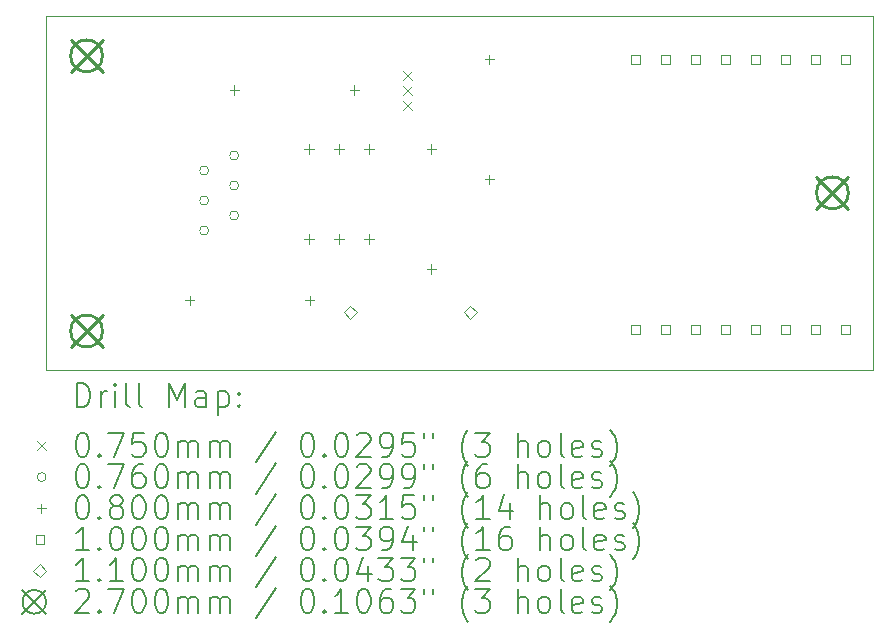
<source format=gbr>
%TF.GenerationSoftware,KiCad,Pcbnew,8.0.1*%
%TF.CreationDate,2024-04-23T23:05:55+02:00*%
%TF.ProjectId,P1-lezer,50312d6c-657a-4657-922e-6b696361645f,rev?*%
%TF.SameCoordinates,Original*%
%TF.FileFunction,Drillmap*%
%TF.FilePolarity,Positive*%
%FSLAX45Y45*%
G04 Gerber Fmt 4.5, Leading zero omitted, Abs format (unit mm)*
G04 Created by KiCad (PCBNEW 8.0.1) date 2024-04-23 23:05:55*
%MOMM*%
%LPD*%
G01*
G04 APERTURE LIST*
%ADD10C,0.050000*%
%ADD11C,0.200000*%
%ADD12C,0.100000*%
%ADD13C,0.110000*%
%ADD14C,0.270000*%
G04 APERTURE END LIST*
D10*
X6560000Y-6700000D02*
X13560000Y-6700000D01*
X13560000Y-9700000D01*
X6560000Y-9700000D01*
X6560000Y-6700000D01*
D11*
D12*
X9578500Y-7165500D02*
X9653500Y-7240500D01*
X9653500Y-7165500D02*
X9578500Y-7240500D01*
X9578500Y-7292500D02*
X9653500Y-7367500D01*
X9653500Y-7292500D02*
X9578500Y-7367500D01*
X9578500Y-7419500D02*
X9653500Y-7494500D01*
X9653500Y-7419500D02*
X9578500Y-7494500D01*
X7933000Y-8011000D02*
G75*
G02*
X7857000Y-8011000I-38000J0D01*
G01*
X7857000Y-8011000D02*
G75*
G02*
X7933000Y-8011000I38000J0D01*
G01*
X7933000Y-8265000D02*
G75*
G02*
X7857000Y-8265000I-38000J0D01*
G01*
X7857000Y-8265000D02*
G75*
G02*
X7933000Y-8265000I38000J0D01*
G01*
X7933000Y-8519000D02*
G75*
G02*
X7857000Y-8519000I-38000J0D01*
G01*
X7857000Y-8519000D02*
G75*
G02*
X7933000Y-8519000I38000J0D01*
G01*
X8187000Y-7884000D02*
G75*
G02*
X8111000Y-7884000I-38000J0D01*
G01*
X8111000Y-7884000D02*
G75*
G02*
X8187000Y-7884000I38000J0D01*
G01*
X8187000Y-8138000D02*
G75*
G02*
X8111000Y-8138000I-38000J0D01*
G01*
X8111000Y-8138000D02*
G75*
G02*
X8187000Y-8138000I38000J0D01*
G01*
X8187000Y-8392000D02*
G75*
G02*
X8111000Y-8392000I-38000J0D01*
G01*
X8111000Y-8392000D02*
G75*
G02*
X8187000Y-8392000I38000J0D01*
G01*
X7772000Y-9070000D02*
X7772000Y-9150000D01*
X7732000Y-9110000D02*
X7812000Y-9110000D01*
X8152000Y-7290000D02*
X8152000Y-7370000D01*
X8112000Y-7330000D02*
X8192000Y-7330000D01*
X8784500Y-7790000D02*
X8784500Y-7870000D01*
X8744500Y-7830000D02*
X8824500Y-7830000D01*
X8784500Y-8552000D02*
X8784500Y-8632000D01*
X8744500Y-8592000D02*
X8824500Y-8592000D01*
X8788000Y-9070000D02*
X8788000Y-9150000D01*
X8748000Y-9110000D02*
X8828000Y-9110000D01*
X9038500Y-7790000D02*
X9038500Y-7870000D01*
X8998500Y-7830000D02*
X9078500Y-7830000D01*
X9038500Y-8552000D02*
X9038500Y-8632000D01*
X8998500Y-8592000D02*
X9078500Y-8592000D01*
X9168000Y-7290000D02*
X9168000Y-7370000D01*
X9128000Y-7330000D02*
X9208000Y-7330000D01*
X9292500Y-7790000D02*
X9292500Y-7870000D01*
X9252500Y-7830000D02*
X9332500Y-7830000D01*
X9292500Y-8552000D02*
X9292500Y-8632000D01*
X9252500Y-8592000D02*
X9332500Y-8592000D01*
X9820000Y-7790000D02*
X9820000Y-7870000D01*
X9780000Y-7830000D02*
X9860000Y-7830000D01*
X9820000Y-8806000D02*
X9820000Y-8886000D01*
X9780000Y-8846000D02*
X9860000Y-8846000D01*
X10310000Y-7030000D02*
X10310000Y-7110000D01*
X10270000Y-7070000D02*
X10350000Y-7070000D01*
X10310000Y-8046000D02*
X10310000Y-8126000D01*
X10270000Y-8086000D02*
X10350000Y-8086000D01*
X11583356Y-7105356D02*
X11583356Y-7034644D01*
X11512644Y-7034644D01*
X11512644Y-7105356D01*
X11583356Y-7105356D01*
X11583356Y-9391356D02*
X11583356Y-9320644D01*
X11512644Y-9320644D01*
X11512644Y-9391356D01*
X11583356Y-9391356D01*
X11837356Y-7105356D02*
X11837356Y-7034644D01*
X11766644Y-7034644D01*
X11766644Y-7105356D01*
X11837356Y-7105356D01*
X11837356Y-9391356D02*
X11837356Y-9320644D01*
X11766644Y-9320644D01*
X11766644Y-9391356D01*
X11837356Y-9391356D01*
X12091356Y-7105356D02*
X12091356Y-7034644D01*
X12020644Y-7034644D01*
X12020644Y-7105356D01*
X12091356Y-7105356D01*
X12091356Y-9391356D02*
X12091356Y-9320644D01*
X12020644Y-9320644D01*
X12020644Y-9391356D01*
X12091356Y-9391356D01*
X12345356Y-7105356D02*
X12345356Y-7034644D01*
X12274644Y-7034644D01*
X12274644Y-7105356D01*
X12345356Y-7105356D01*
X12345356Y-9391356D02*
X12345356Y-9320644D01*
X12274644Y-9320644D01*
X12274644Y-9391356D01*
X12345356Y-9391356D01*
X12599356Y-7105356D02*
X12599356Y-7034644D01*
X12528644Y-7034644D01*
X12528644Y-7105356D01*
X12599356Y-7105356D01*
X12599356Y-9391356D02*
X12599356Y-9320644D01*
X12528644Y-9320644D01*
X12528644Y-9391356D01*
X12599356Y-9391356D01*
X12853356Y-7105356D02*
X12853356Y-7034644D01*
X12782644Y-7034644D01*
X12782644Y-7105356D01*
X12853356Y-7105356D01*
X12853356Y-9391356D02*
X12853356Y-9320644D01*
X12782644Y-9320644D01*
X12782644Y-9391356D01*
X12853356Y-9391356D01*
X13107356Y-7105356D02*
X13107356Y-7034644D01*
X13036644Y-7034644D01*
X13036644Y-7105356D01*
X13107356Y-7105356D01*
X13107356Y-9391356D02*
X13107356Y-9320644D01*
X13036644Y-9320644D01*
X13036644Y-9391356D01*
X13107356Y-9391356D01*
X13361356Y-7105356D02*
X13361356Y-7034644D01*
X13290644Y-7034644D01*
X13290644Y-7105356D01*
X13361356Y-7105356D01*
X13361356Y-9391356D02*
X13361356Y-9320644D01*
X13290644Y-9320644D01*
X13290644Y-9391356D01*
X13361356Y-9391356D01*
D13*
X9132000Y-9265000D02*
X9187000Y-9210000D01*
X9132000Y-9155000D01*
X9077000Y-9210000D01*
X9132000Y-9265000D01*
X10148000Y-9265000D02*
X10203000Y-9210000D01*
X10148000Y-9155000D01*
X10093000Y-9210000D01*
X10148000Y-9265000D01*
D14*
X6765000Y-6905000D02*
X7035000Y-7175000D01*
X7035000Y-6905000D02*
X6765000Y-7175000D01*
X7035000Y-7040000D02*
G75*
G02*
X6765000Y-7040000I-135000J0D01*
G01*
X6765000Y-7040000D02*
G75*
G02*
X7035000Y-7040000I135000J0D01*
G01*
X6765000Y-9235000D02*
X7035000Y-9505000D01*
X7035000Y-9235000D02*
X6765000Y-9505000D01*
X7035000Y-9370000D02*
G75*
G02*
X6765000Y-9370000I-135000J0D01*
G01*
X6765000Y-9370000D02*
G75*
G02*
X7035000Y-9370000I135000J0D01*
G01*
X13080000Y-8065000D02*
X13350000Y-8335000D01*
X13350000Y-8065000D02*
X13080000Y-8335000D01*
X13350000Y-8200000D02*
G75*
G02*
X13080000Y-8200000I-135000J0D01*
G01*
X13080000Y-8200000D02*
G75*
G02*
X13350000Y-8200000I135000J0D01*
G01*
D11*
X6818277Y-10013984D02*
X6818277Y-9813984D01*
X6818277Y-9813984D02*
X6865896Y-9813984D01*
X6865896Y-9813984D02*
X6894467Y-9823508D01*
X6894467Y-9823508D02*
X6913515Y-9842555D01*
X6913515Y-9842555D02*
X6923039Y-9861603D01*
X6923039Y-9861603D02*
X6932562Y-9899698D01*
X6932562Y-9899698D02*
X6932562Y-9928270D01*
X6932562Y-9928270D02*
X6923039Y-9966365D01*
X6923039Y-9966365D02*
X6913515Y-9985412D01*
X6913515Y-9985412D02*
X6894467Y-10004460D01*
X6894467Y-10004460D02*
X6865896Y-10013984D01*
X6865896Y-10013984D02*
X6818277Y-10013984D01*
X7018277Y-10013984D02*
X7018277Y-9880650D01*
X7018277Y-9918746D02*
X7027801Y-9899698D01*
X7027801Y-9899698D02*
X7037324Y-9890174D01*
X7037324Y-9890174D02*
X7056372Y-9880650D01*
X7056372Y-9880650D02*
X7075420Y-9880650D01*
X7142086Y-10013984D02*
X7142086Y-9880650D01*
X7142086Y-9813984D02*
X7132562Y-9823508D01*
X7132562Y-9823508D02*
X7142086Y-9833031D01*
X7142086Y-9833031D02*
X7151610Y-9823508D01*
X7151610Y-9823508D02*
X7142086Y-9813984D01*
X7142086Y-9813984D02*
X7142086Y-9833031D01*
X7265896Y-10013984D02*
X7246848Y-10004460D01*
X7246848Y-10004460D02*
X7237324Y-9985412D01*
X7237324Y-9985412D02*
X7237324Y-9813984D01*
X7370658Y-10013984D02*
X7351610Y-10004460D01*
X7351610Y-10004460D02*
X7342086Y-9985412D01*
X7342086Y-9985412D02*
X7342086Y-9813984D01*
X7599229Y-10013984D02*
X7599229Y-9813984D01*
X7599229Y-9813984D02*
X7665896Y-9956841D01*
X7665896Y-9956841D02*
X7732562Y-9813984D01*
X7732562Y-9813984D02*
X7732562Y-10013984D01*
X7913515Y-10013984D02*
X7913515Y-9909222D01*
X7913515Y-9909222D02*
X7903991Y-9890174D01*
X7903991Y-9890174D02*
X7884943Y-9880650D01*
X7884943Y-9880650D02*
X7846848Y-9880650D01*
X7846848Y-9880650D02*
X7827801Y-9890174D01*
X7913515Y-10004460D02*
X7894467Y-10013984D01*
X7894467Y-10013984D02*
X7846848Y-10013984D01*
X7846848Y-10013984D02*
X7827801Y-10004460D01*
X7827801Y-10004460D02*
X7818277Y-9985412D01*
X7818277Y-9985412D02*
X7818277Y-9966365D01*
X7818277Y-9966365D02*
X7827801Y-9947317D01*
X7827801Y-9947317D02*
X7846848Y-9937793D01*
X7846848Y-9937793D02*
X7894467Y-9937793D01*
X7894467Y-9937793D02*
X7913515Y-9928270D01*
X8008753Y-9880650D02*
X8008753Y-10080650D01*
X8008753Y-9890174D02*
X8027801Y-9880650D01*
X8027801Y-9880650D02*
X8065896Y-9880650D01*
X8065896Y-9880650D02*
X8084943Y-9890174D01*
X8084943Y-9890174D02*
X8094467Y-9899698D01*
X8094467Y-9899698D02*
X8103991Y-9918746D01*
X8103991Y-9918746D02*
X8103991Y-9975889D01*
X8103991Y-9975889D02*
X8094467Y-9994936D01*
X8094467Y-9994936D02*
X8084943Y-10004460D01*
X8084943Y-10004460D02*
X8065896Y-10013984D01*
X8065896Y-10013984D02*
X8027801Y-10013984D01*
X8027801Y-10013984D02*
X8008753Y-10004460D01*
X8189705Y-9994936D02*
X8199229Y-10004460D01*
X8199229Y-10004460D02*
X8189705Y-10013984D01*
X8189705Y-10013984D02*
X8180182Y-10004460D01*
X8180182Y-10004460D02*
X8189705Y-9994936D01*
X8189705Y-9994936D02*
X8189705Y-10013984D01*
X8189705Y-9890174D02*
X8199229Y-9899698D01*
X8199229Y-9899698D02*
X8189705Y-9909222D01*
X8189705Y-9909222D02*
X8180182Y-9899698D01*
X8180182Y-9899698D02*
X8189705Y-9890174D01*
X8189705Y-9890174D02*
X8189705Y-9909222D01*
D12*
X6482500Y-10305000D02*
X6557500Y-10380000D01*
X6557500Y-10305000D02*
X6482500Y-10380000D01*
D11*
X6856372Y-10233984D02*
X6875420Y-10233984D01*
X6875420Y-10233984D02*
X6894467Y-10243508D01*
X6894467Y-10243508D02*
X6903991Y-10253031D01*
X6903991Y-10253031D02*
X6913515Y-10272079D01*
X6913515Y-10272079D02*
X6923039Y-10310174D01*
X6923039Y-10310174D02*
X6923039Y-10357793D01*
X6923039Y-10357793D02*
X6913515Y-10395889D01*
X6913515Y-10395889D02*
X6903991Y-10414936D01*
X6903991Y-10414936D02*
X6894467Y-10424460D01*
X6894467Y-10424460D02*
X6875420Y-10433984D01*
X6875420Y-10433984D02*
X6856372Y-10433984D01*
X6856372Y-10433984D02*
X6837324Y-10424460D01*
X6837324Y-10424460D02*
X6827801Y-10414936D01*
X6827801Y-10414936D02*
X6818277Y-10395889D01*
X6818277Y-10395889D02*
X6808753Y-10357793D01*
X6808753Y-10357793D02*
X6808753Y-10310174D01*
X6808753Y-10310174D02*
X6818277Y-10272079D01*
X6818277Y-10272079D02*
X6827801Y-10253031D01*
X6827801Y-10253031D02*
X6837324Y-10243508D01*
X6837324Y-10243508D02*
X6856372Y-10233984D01*
X7008753Y-10414936D02*
X7018277Y-10424460D01*
X7018277Y-10424460D02*
X7008753Y-10433984D01*
X7008753Y-10433984D02*
X6999229Y-10424460D01*
X6999229Y-10424460D02*
X7008753Y-10414936D01*
X7008753Y-10414936D02*
X7008753Y-10433984D01*
X7084943Y-10233984D02*
X7218277Y-10233984D01*
X7218277Y-10233984D02*
X7132562Y-10433984D01*
X7389705Y-10233984D02*
X7294467Y-10233984D01*
X7294467Y-10233984D02*
X7284943Y-10329222D01*
X7284943Y-10329222D02*
X7294467Y-10319698D01*
X7294467Y-10319698D02*
X7313515Y-10310174D01*
X7313515Y-10310174D02*
X7361134Y-10310174D01*
X7361134Y-10310174D02*
X7380182Y-10319698D01*
X7380182Y-10319698D02*
X7389705Y-10329222D01*
X7389705Y-10329222D02*
X7399229Y-10348270D01*
X7399229Y-10348270D02*
X7399229Y-10395889D01*
X7399229Y-10395889D02*
X7389705Y-10414936D01*
X7389705Y-10414936D02*
X7380182Y-10424460D01*
X7380182Y-10424460D02*
X7361134Y-10433984D01*
X7361134Y-10433984D02*
X7313515Y-10433984D01*
X7313515Y-10433984D02*
X7294467Y-10424460D01*
X7294467Y-10424460D02*
X7284943Y-10414936D01*
X7523039Y-10233984D02*
X7542086Y-10233984D01*
X7542086Y-10233984D02*
X7561134Y-10243508D01*
X7561134Y-10243508D02*
X7570658Y-10253031D01*
X7570658Y-10253031D02*
X7580182Y-10272079D01*
X7580182Y-10272079D02*
X7589705Y-10310174D01*
X7589705Y-10310174D02*
X7589705Y-10357793D01*
X7589705Y-10357793D02*
X7580182Y-10395889D01*
X7580182Y-10395889D02*
X7570658Y-10414936D01*
X7570658Y-10414936D02*
X7561134Y-10424460D01*
X7561134Y-10424460D02*
X7542086Y-10433984D01*
X7542086Y-10433984D02*
X7523039Y-10433984D01*
X7523039Y-10433984D02*
X7503991Y-10424460D01*
X7503991Y-10424460D02*
X7494467Y-10414936D01*
X7494467Y-10414936D02*
X7484943Y-10395889D01*
X7484943Y-10395889D02*
X7475420Y-10357793D01*
X7475420Y-10357793D02*
X7475420Y-10310174D01*
X7475420Y-10310174D02*
X7484943Y-10272079D01*
X7484943Y-10272079D02*
X7494467Y-10253031D01*
X7494467Y-10253031D02*
X7503991Y-10243508D01*
X7503991Y-10243508D02*
X7523039Y-10233984D01*
X7675420Y-10433984D02*
X7675420Y-10300650D01*
X7675420Y-10319698D02*
X7684943Y-10310174D01*
X7684943Y-10310174D02*
X7703991Y-10300650D01*
X7703991Y-10300650D02*
X7732563Y-10300650D01*
X7732563Y-10300650D02*
X7751610Y-10310174D01*
X7751610Y-10310174D02*
X7761134Y-10329222D01*
X7761134Y-10329222D02*
X7761134Y-10433984D01*
X7761134Y-10329222D02*
X7770658Y-10310174D01*
X7770658Y-10310174D02*
X7789705Y-10300650D01*
X7789705Y-10300650D02*
X7818277Y-10300650D01*
X7818277Y-10300650D02*
X7837324Y-10310174D01*
X7837324Y-10310174D02*
X7846848Y-10329222D01*
X7846848Y-10329222D02*
X7846848Y-10433984D01*
X7942086Y-10433984D02*
X7942086Y-10300650D01*
X7942086Y-10319698D02*
X7951610Y-10310174D01*
X7951610Y-10310174D02*
X7970658Y-10300650D01*
X7970658Y-10300650D02*
X7999229Y-10300650D01*
X7999229Y-10300650D02*
X8018277Y-10310174D01*
X8018277Y-10310174D02*
X8027801Y-10329222D01*
X8027801Y-10329222D02*
X8027801Y-10433984D01*
X8027801Y-10329222D02*
X8037324Y-10310174D01*
X8037324Y-10310174D02*
X8056372Y-10300650D01*
X8056372Y-10300650D02*
X8084943Y-10300650D01*
X8084943Y-10300650D02*
X8103991Y-10310174D01*
X8103991Y-10310174D02*
X8113515Y-10329222D01*
X8113515Y-10329222D02*
X8113515Y-10433984D01*
X8503991Y-10224460D02*
X8332563Y-10481603D01*
X8761134Y-10233984D02*
X8780182Y-10233984D01*
X8780182Y-10233984D02*
X8799229Y-10243508D01*
X8799229Y-10243508D02*
X8808753Y-10253031D01*
X8808753Y-10253031D02*
X8818277Y-10272079D01*
X8818277Y-10272079D02*
X8827801Y-10310174D01*
X8827801Y-10310174D02*
X8827801Y-10357793D01*
X8827801Y-10357793D02*
X8818277Y-10395889D01*
X8818277Y-10395889D02*
X8808753Y-10414936D01*
X8808753Y-10414936D02*
X8799229Y-10424460D01*
X8799229Y-10424460D02*
X8780182Y-10433984D01*
X8780182Y-10433984D02*
X8761134Y-10433984D01*
X8761134Y-10433984D02*
X8742087Y-10424460D01*
X8742087Y-10424460D02*
X8732563Y-10414936D01*
X8732563Y-10414936D02*
X8723039Y-10395889D01*
X8723039Y-10395889D02*
X8713515Y-10357793D01*
X8713515Y-10357793D02*
X8713515Y-10310174D01*
X8713515Y-10310174D02*
X8723039Y-10272079D01*
X8723039Y-10272079D02*
X8732563Y-10253031D01*
X8732563Y-10253031D02*
X8742087Y-10243508D01*
X8742087Y-10243508D02*
X8761134Y-10233984D01*
X8913515Y-10414936D02*
X8923039Y-10424460D01*
X8923039Y-10424460D02*
X8913515Y-10433984D01*
X8913515Y-10433984D02*
X8903991Y-10424460D01*
X8903991Y-10424460D02*
X8913515Y-10414936D01*
X8913515Y-10414936D02*
X8913515Y-10433984D01*
X9046848Y-10233984D02*
X9065896Y-10233984D01*
X9065896Y-10233984D02*
X9084944Y-10243508D01*
X9084944Y-10243508D02*
X9094468Y-10253031D01*
X9094468Y-10253031D02*
X9103991Y-10272079D01*
X9103991Y-10272079D02*
X9113515Y-10310174D01*
X9113515Y-10310174D02*
X9113515Y-10357793D01*
X9113515Y-10357793D02*
X9103991Y-10395889D01*
X9103991Y-10395889D02*
X9094468Y-10414936D01*
X9094468Y-10414936D02*
X9084944Y-10424460D01*
X9084944Y-10424460D02*
X9065896Y-10433984D01*
X9065896Y-10433984D02*
X9046848Y-10433984D01*
X9046848Y-10433984D02*
X9027801Y-10424460D01*
X9027801Y-10424460D02*
X9018277Y-10414936D01*
X9018277Y-10414936D02*
X9008753Y-10395889D01*
X9008753Y-10395889D02*
X8999229Y-10357793D01*
X8999229Y-10357793D02*
X8999229Y-10310174D01*
X8999229Y-10310174D02*
X9008753Y-10272079D01*
X9008753Y-10272079D02*
X9018277Y-10253031D01*
X9018277Y-10253031D02*
X9027801Y-10243508D01*
X9027801Y-10243508D02*
X9046848Y-10233984D01*
X9189706Y-10253031D02*
X9199229Y-10243508D01*
X9199229Y-10243508D02*
X9218277Y-10233984D01*
X9218277Y-10233984D02*
X9265896Y-10233984D01*
X9265896Y-10233984D02*
X9284944Y-10243508D01*
X9284944Y-10243508D02*
X9294468Y-10253031D01*
X9294468Y-10253031D02*
X9303991Y-10272079D01*
X9303991Y-10272079D02*
X9303991Y-10291127D01*
X9303991Y-10291127D02*
X9294468Y-10319698D01*
X9294468Y-10319698D02*
X9180182Y-10433984D01*
X9180182Y-10433984D02*
X9303991Y-10433984D01*
X9399229Y-10433984D02*
X9437325Y-10433984D01*
X9437325Y-10433984D02*
X9456372Y-10424460D01*
X9456372Y-10424460D02*
X9465896Y-10414936D01*
X9465896Y-10414936D02*
X9484944Y-10386365D01*
X9484944Y-10386365D02*
X9494468Y-10348270D01*
X9494468Y-10348270D02*
X9494468Y-10272079D01*
X9494468Y-10272079D02*
X9484944Y-10253031D01*
X9484944Y-10253031D02*
X9475420Y-10243508D01*
X9475420Y-10243508D02*
X9456372Y-10233984D01*
X9456372Y-10233984D02*
X9418277Y-10233984D01*
X9418277Y-10233984D02*
X9399229Y-10243508D01*
X9399229Y-10243508D02*
X9389706Y-10253031D01*
X9389706Y-10253031D02*
X9380182Y-10272079D01*
X9380182Y-10272079D02*
X9380182Y-10319698D01*
X9380182Y-10319698D02*
X9389706Y-10338746D01*
X9389706Y-10338746D02*
X9399229Y-10348270D01*
X9399229Y-10348270D02*
X9418277Y-10357793D01*
X9418277Y-10357793D02*
X9456372Y-10357793D01*
X9456372Y-10357793D02*
X9475420Y-10348270D01*
X9475420Y-10348270D02*
X9484944Y-10338746D01*
X9484944Y-10338746D02*
X9494468Y-10319698D01*
X9675420Y-10233984D02*
X9580182Y-10233984D01*
X9580182Y-10233984D02*
X9570658Y-10329222D01*
X9570658Y-10329222D02*
X9580182Y-10319698D01*
X9580182Y-10319698D02*
X9599229Y-10310174D01*
X9599229Y-10310174D02*
X9646849Y-10310174D01*
X9646849Y-10310174D02*
X9665896Y-10319698D01*
X9665896Y-10319698D02*
X9675420Y-10329222D01*
X9675420Y-10329222D02*
X9684944Y-10348270D01*
X9684944Y-10348270D02*
X9684944Y-10395889D01*
X9684944Y-10395889D02*
X9675420Y-10414936D01*
X9675420Y-10414936D02*
X9665896Y-10424460D01*
X9665896Y-10424460D02*
X9646849Y-10433984D01*
X9646849Y-10433984D02*
X9599229Y-10433984D01*
X9599229Y-10433984D02*
X9580182Y-10424460D01*
X9580182Y-10424460D02*
X9570658Y-10414936D01*
X9761134Y-10233984D02*
X9761134Y-10272079D01*
X9837325Y-10233984D02*
X9837325Y-10272079D01*
X10132563Y-10510174D02*
X10123039Y-10500650D01*
X10123039Y-10500650D02*
X10103991Y-10472079D01*
X10103991Y-10472079D02*
X10094468Y-10453031D01*
X10094468Y-10453031D02*
X10084944Y-10424460D01*
X10084944Y-10424460D02*
X10075420Y-10376841D01*
X10075420Y-10376841D02*
X10075420Y-10338746D01*
X10075420Y-10338746D02*
X10084944Y-10291127D01*
X10084944Y-10291127D02*
X10094468Y-10262555D01*
X10094468Y-10262555D02*
X10103991Y-10243508D01*
X10103991Y-10243508D02*
X10123039Y-10214936D01*
X10123039Y-10214936D02*
X10132563Y-10205412D01*
X10189706Y-10233984D02*
X10313515Y-10233984D01*
X10313515Y-10233984D02*
X10246849Y-10310174D01*
X10246849Y-10310174D02*
X10275420Y-10310174D01*
X10275420Y-10310174D02*
X10294468Y-10319698D01*
X10294468Y-10319698D02*
X10303991Y-10329222D01*
X10303991Y-10329222D02*
X10313515Y-10348270D01*
X10313515Y-10348270D02*
X10313515Y-10395889D01*
X10313515Y-10395889D02*
X10303991Y-10414936D01*
X10303991Y-10414936D02*
X10294468Y-10424460D01*
X10294468Y-10424460D02*
X10275420Y-10433984D01*
X10275420Y-10433984D02*
X10218277Y-10433984D01*
X10218277Y-10433984D02*
X10199230Y-10424460D01*
X10199230Y-10424460D02*
X10189706Y-10414936D01*
X10551611Y-10433984D02*
X10551611Y-10233984D01*
X10637325Y-10433984D02*
X10637325Y-10329222D01*
X10637325Y-10329222D02*
X10627801Y-10310174D01*
X10627801Y-10310174D02*
X10608753Y-10300650D01*
X10608753Y-10300650D02*
X10580182Y-10300650D01*
X10580182Y-10300650D02*
X10561134Y-10310174D01*
X10561134Y-10310174D02*
X10551611Y-10319698D01*
X10761134Y-10433984D02*
X10742087Y-10424460D01*
X10742087Y-10424460D02*
X10732563Y-10414936D01*
X10732563Y-10414936D02*
X10723039Y-10395889D01*
X10723039Y-10395889D02*
X10723039Y-10338746D01*
X10723039Y-10338746D02*
X10732563Y-10319698D01*
X10732563Y-10319698D02*
X10742087Y-10310174D01*
X10742087Y-10310174D02*
X10761134Y-10300650D01*
X10761134Y-10300650D02*
X10789706Y-10300650D01*
X10789706Y-10300650D02*
X10808753Y-10310174D01*
X10808753Y-10310174D02*
X10818277Y-10319698D01*
X10818277Y-10319698D02*
X10827801Y-10338746D01*
X10827801Y-10338746D02*
X10827801Y-10395889D01*
X10827801Y-10395889D02*
X10818277Y-10414936D01*
X10818277Y-10414936D02*
X10808753Y-10424460D01*
X10808753Y-10424460D02*
X10789706Y-10433984D01*
X10789706Y-10433984D02*
X10761134Y-10433984D01*
X10942087Y-10433984D02*
X10923039Y-10424460D01*
X10923039Y-10424460D02*
X10913515Y-10405412D01*
X10913515Y-10405412D02*
X10913515Y-10233984D01*
X11094468Y-10424460D02*
X11075420Y-10433984D01*
X11075420Y-10433984D02*
X11037325Y-10433984D01*
X11037325Y-10433984D02*
X11018277Y-10424460D01*
X11018277Y-10424460D02*
X11008753Y-10405412D01*
X11008753Y-10405412D02*
X11008753Y-10329222D01*
X11008753Y-10329222D02*
X11018277Y-10310174D01*
X11018277Y-10310174D02*
X11037325Y-10300650D01*
X11037325Y-10300650D02*
X11075420Y-10300650D01*
X11075420Y-10300650D02*
X11094468Y-10310174D01*
X11094468Y-10310174D02*
X11103992Y-10329222D01*
X11103992Y-10329222D02*
X11103992Y-10348270D01*
X11103992Y-10348270D02*
X11008753Y-10367317D01*
X11180182Y-10424460D02*
X11199230Y-10433984D01*
X11199230Y-10433984D02*
X11237325Y-10433984D01*
X11237325Y-10433984D02*
X11256372Y-10424460D01*
X11256372Y-10424460D02*
X11265896Y-10405412D01*
X11265896Y-10405412D02*
X11265896Y-10395889D01*
X11265896Y-10395889D02*
X11256372Y-10376841D01*
X11256372Y-10376841D02*
X11237325Y-10367317D01*
X11237325Y-10367317D02*
X11208753Y-10367317D01*
X11208753Y-10367317D02*
X11189706Y-10357793D01*
X11189706Y-10357793D02*
X11180182Y-10338746D01*
X11180182Y-10338746D02*
X11180182Y-10329222D01*
X11180182Y-10329222D02*
X11189706Y-10310174D01*
X11189706Y-10310174D02*
X11208753Y-10300650D01*
X11208753Y-10300650D02*
X11237325Y-10300650D01*
X11237325Y-10300650D02*
X11256372Y-10310174D01*
X11332563Y-10510174D02*
X11342087Y-10500650D01*
X11342087Y-10500650D02*
X11361134Y-10472079D01*
X11361134Y-10472079D02*
X11370658Y-10453031D01*
X11370658Y-10453031D02*
X11380182Y-10424460D01*
X11380182Y-10424460D02*
X11389706Y-10376841D01*
X11389706Y-10376841D02*
X11389706Y-10338746D01*
X11389706Y-10338746D02*
X11380182Y-10291127D01*
X11380182Y-10291127D02*
X11370658Y-10262555D01*
X11370658Y-10262555D02*
X11361134Y-10243508D01*
X11361134Y-10243508D02*
X11342087Y-10214936D01*
X11342087Y-10214936D02*
X11332563Y-10205412D01*
D12*
X6557500Y-10606500D02*
G75*
G02*
X6481500Y-10606500I-38000J0D01*
G01*
X6481500Y-10606500D02*
G75*
G02*
X6557500Y-10606500I38000J0D01*
G01*
D11*
X6856372Y-10497984D02*
X6875420Y-10497984D01*
X6875420Y-10497984D02*
X6894467Y-10507508D01*
X6894467Y-10507508D02*
X6903991Y-10517031D01*
X6903991Y-10517031D02*
X6913515Y-10536079D01*
X6913515Y-10536079D02*
X6923039Y-10574174D01*
X6923039Y-10574174D02*
X6923039Y-10621793D01*
X6923039Y-10621793D02*
X6913515Y-10659889D01*
X6913515Y-10659889D02*
X6903991Y-10678936D01*
X6903991Y-10678936D02*
X6894467Y-10688460D01*
X6894467Y-10688460D02*
X6875420Y-10697984D01*
X6875420Y-10697984D02*
X6856372Y-10697984D01*
X6856372Y-10697984D02*
X6837324Y-10688460D01*
X6837324Y-10688460D02*
X6827801Y-10678936D01*
X6827801Y-10678936D02*
X6818277Y-10659889D01*
X6818277Y-10659889D02*
X6808753Y-10621793D01*
X6808753Y-10621793D02*
X6808753Y-10574174D01*
X6808753Y-10574174D02*
X6818277Y-10536079D01*
X6818277Y-10536079D02*
X6827801Y-10517031D01*
X6827801Y-10517031D02*
X6837324Y-10507508D01*
X6837324Y-10507508D02*
X6856372Y-10497984D01*
X7008753Y-10678936D02*
X7018277Y-10688460D01*
X7018277Y-10688460D02*
X7008753Y-10697984D01*
X7008753Y-10697984D02*
X6999229Y-10688460D01*
X6999229Y-10688460D02*
X7008753Y-10678936D01*
X7008753Y-10678936D02*
X7008753Y-10697984D01*
X7084943Y-10497984D02*
X7218277Y-10497984D01*
X7218277Y-10497984D02*
X7132562Y-10697984D01*
X7380182Y-10497984D02*
X7342086Y-10497984D01*
X7342086Y-10497984D02*
X7323039Y-10507508D01*
X7323039Y-10507508D02*
X7313515Y-10517031D01*
X7313515Y-10517031D02*
X7294467Y-10545603D01*
X7294467Y-10545603D02*
X7284943Y-10583698D01*
X7284943Y-10583698D02*
X7284943Y-10659889D01*
X7284943Y-10659889D02*
X7294467Y-10678936D01*
X7294467Y-10678936D02*
X7303991Y-10688460D01*
X7303991Y-10688460D02*
X7323039Y-10697984D01*
X7323039Y-10697984D02*
X7361134Y-10697984D01*
X7361134Y-10697984D02*
X7380182Y-10688460D01*
X7380182Y-10688460D02*
X7389705Y-10678936D01*
X7389705Y-10678936D02*
X7399229Y-10659889D01*
X7399229Y-10659889D02*
X7399229Y-10612270D01*
X7399229Y-10612270D02*
X7389705Y-10593222D01*
X7389705Y-10593222D02*
X7380182Y-10583698D01*
X7380182Y-10583698D02*
X7361134Y-10574174D01*
X7361134Y-10574174D02*
X7323039Y-10574174D01*
X7323039Y-10574174D02*
X7303991Y-10583698D01*
X7303991Y-10583698D02*
X7294467Y-10593222D01*
X7294467Y-10593222D02*
X7284943Y-10612270D01*
X7523039Y-10497984D02*
X7542086Y-10497984D01*
X7542086Y-10497984D02*
X7561134Y-10507508D01*
X7561134Y-10507508D02*
X7570658Y-10517031D01*
X7570658Y-10517031D02*
X7580182Y-10536079D01*
X7580182Y-10536079D02*
X7589705Y-10574174D01*
X7589705Y-10574174D02*
X7589705Y-10621793D01*
X7589705Y-10621793D02*
X7580182Y-10659889D01*
X7580182Y-10659889D02*
X7570658Y-10678936D01*
X7570658Y-10678936D02*
X7561134Y-10688460D01*
X7561134Y-10688460D02*
X7542086Y-10697984D01*
X7542086Y-10697984D02*
X7523039Y-10697984D01*
X7523039Y-10697984D02*
X7503991Y-10688460D01*
X7503991Y-10688460D02*
X7494467Y-10678936D01*
X7494467Y-10678936D02*
X7484943Y-10659889D01*
X7484943Y-10659889D02*
X7475420Y-10621793D01*
X7475420Y-10621793D02*
X7475420Y-10574174D01*
X7475420Y-10574174D02*
X7484943Y-10536079D01*
X7484943Y-10536079D02*
X7494467Y-10517031D01*
X7494467Y-10517031D02*
X7503991Y-10507508D01*
X7503991Y-10507508D02*
X7523039Y-10497984D01*
X7675420Y-10697984D02*
X7675420Y-10564650D01*
X7675420Y-10583698D02*
X7684943Y-10574174D01*
X7684943Y-10574174D02*
X7703991Y-10564650D01*
X7703991Y-10564650D02*
X7732563Y-10564650D01*
X7732563Y-10564650D02*
X7751610Y-10574174D01*
X7751610Y-10574174D02*
X7761134Y-10593222D01*
X7761134Y-10593222D02*
X7761134Y-10697984D01*
X7761134Y-10593222D02*
X7770658Y-10574174D01*
X7770658Y-10574174D02*
X7789705Y-10564650D01*
X7789705Y-10564650D02*
X7818277Y-10564650D01*
X7818277Y-10564650D02*
X7837324Y-10574174D01*
X7837324Y-10574174D02*
X7846848Y-10593222D01*
X7846848Y-10593222D02*
X7846848Y-10697984D01*
X7942086Y-10697984D02*
X7942086Y-10564650D01*
X7942086Y-10583698D02*
X7951610Y-10574174D01*
X7951610Y-10574174D02*
X7970658Y-10564650D01*
X7970658Y-10564650D02*
X7999229Y-10564650D01*
X7999229Y-10564650D02*
X8018277Y-10574174D01*
X8018277Y-10574174D02*
X8027801Y-10593222D01*
X8027801Y-10593222D02*
X8027801Y-10697984D01*
X8027801Y-10593222D02*
X8037324Y-10574174D01*
X8037324Y-10574174D02*
X8056372Y-10564650D01*
X8056372Y-10564650D02*
X8084943Y-10564650D01*
X8084943Y-10564650D02*
X8103991Y-10574174D01*
X8103991Y-10574174D02*
X8113515Y-10593222D01*
X8113515Y-10593222D02*
X8113515Y-10697984D01*
X8503991Y-10488460D02*
X8332563Y-10745603D01*
X8761134Y-10497984D02*
X8780182Y-10497984D01*
X8780182Y-10497984D02*
X8799229Y-10507508D01*
X8799229Y-10507508D02*
X8808753Y-10517031D01*
X8808753Y-10517031D02*
X8818277Y-10536079D01*
X8818277Y-10536079D02*
X8827801Y-10574174D01*
X8827801Y-10574174D02*
X8827801Y-10621793D01*
X8827801Y-10621793D02*
X8818277Y-10659889D01*
X8818277Y-10659889D02*
X8808753Y-10678936D01*
X8808753Y-10678936D02*
X8799229Y-10688460D01*
X8799229Y-10688460D02*
X8780182Y-10697984D01*
X8780182Y-10697984D02*
X8761134Y-10697984D01*
X8761134Y-10697984D02*
X8742087Y-10688460D01*
X8742087Y-10688460D02*
X8732563Y-10678936D01*
X8732563Y-10678936D02*
X8723039Y-10659889D01*
X8723039Y-10659889D02*
X8713515Y-10621793D01*
X8713515Y-10621793D02*
X8713515Y-10574174D01*
X8713515Y-10574174D02*
X8723039Y-10536079D01*
X8723039Y-10536079D02*
X8732563Y-10517031D01*
X8732563Y-10517031D02*
X8742087Y-10507508D01*
X8742087Y-10507508D02*
X8761134Y-10497984D01*
X8913515Y-10678936D02*
X8923039Y-10688460D01*
X8923039Y-10688460D02*
X8913515Y-10697984D01*
X8913515Y-10697984D02*
X8903991Y-10688460D01*
X8903991Y-10688460D02*
X8913515Y-10678936D01*
X8913515Y-10678936D02*
X8913515Y-10697984D01*
X9046848Y-10497984D02*
X9065896Y-10497984D01*
X9065896Y-10497984D02*
X9084944Y-10507508D01*
X9084944Y-10507508D02*
X9094468Y-10517031D01*
X9094468Y-10517031D02*
X9103991Y-10536079D01*
X9103991Y-10536079D02*
X9113515Y-10574174D01*
X9113515Y-10574174D02*
X9113515Y-10621793D01*
X9113515Y-10621793D02*
X9103991Y-10659889D01*
X9103991Y-10659889D02*
X9094468Y-10678936D01*
X9094468Y-10678936D02*
X9084944Y-10688460D01*
X9084944Y-10688460D02*
X9065896Y-10697984D01*
X9065896Y-10697984D02*
X9046848Y-10697984D01*
X9046848Y-10697984D02*
X9027801Y-10688460D01*
X9027801Y-10688460D02*
X9018277Y-10678936D01*
X9018277Y-10678936D02*
X9008753Y-10659889D01*
X9008753Y-10659889D02*
X8999229Y-10621793D01*
X8999229Y-10621793D02*
X8999229Y-10574174D01*
X8999229Y-10574174D02*
X9008753Y-10536079D01*
X9008753Y-10536079D02*
X9018277Y-10517031D01*
X9018277Y-10517031D02*
X9027801Y-10507508D01*
X9027801Y-10507508D02*
X9046848Y-10497984D01*
X9189706Y-10517031D02*
X9199229Y-10507508D01*
X9199229Y-10507508D02*
X9218277Y-10497984D01*
X9218277Y-10497984D02*
X9265896Y-10497984D01*
X9265896Y-10497984D02*
X9284944Y-10507508D01*
X9284944Y-10507508D02*
X9294468Y-10517031D01*
X9294468Y-10517031D02*
X9303991Y-10536079D01*
X9303991Y-10536079D02*
X9303991Y-10555127D01*
X9303991Y-10555127D02*
X9294468Y-10583698D01*
X9294468Y-10583698D02*
X9180182Y-10697984D01*
X9180182Y-10697984D02*
X9303991Y-10697984D01*
X9399229Y-10697984D02*
X9437325Y-10697984D01*
X9437325Y-10697984D02*
X9456372Y-10688460D01*
X9456372Y-10688460D02*
X9465896Y-10678936D01*
X9465896Y-10678936D02*
X9484944Y-10650365D01*
X9484944Y-10650365D02*
X9494468Y-10612270D01*
X9494468Y-10612270D02*
X9494468Y-10536079D01*
X9494468Y-10536079D02*
X9484944Y-10517031D01*
X9484944Y-10517031D02*
X9475420Y-10507508D01*
X9475420Y-10507508D02*
X9456372Y-10497984D01*
X9456372Y-10497984D02*
X9418277Y-10497984D01*
X9418277Y-10497984D02*
X9399229Y-10507508D01*
X9399229Y-10507508D02*
X9389706Y-10517031D01*
X9389706Y-10517031D02*
X9380182Y-10536079D01*
X9380182Y-10536079D02*
X9380182Y-10583698D01*
X9380182Y-10583698D02*
X9389706Y-10602746D01*
X9389706Y-10602746D02*
X9399229Y-10612270D01*
X9399229Y-10612270D02*
X9418277Y-10621793D01*
X9418277Y-10621793D02*
X9456372Y-10621793D01*
X9456372Y-10621793D02*
X9475420Y-10612270D01*
X9475420Y-10612270D02*
X9484944Y-10602746D01*
X9484944Y-10602746D02*
X9494468Y-10583698D01*
X9589706Y-10697984D02*
X9627801Y-10697984D01*
X9627801Y-10697984D02*
X9646849Y-10688460D01*
X9646849Y-10688460D02*
X9656372Y-10678936D01*
X9656372Y-10678936D02*
X9675420Y-10650365D01*
X9675420Y-10650365D02*
X9684944Y-10612270D01*
X9684944Y-10612270D02*
X9684944Y-10536079D01*
X9684944Y-10536079D02*
X9675420Y-10517031D01*
X9675420Y-10517031D02*
X9665896Y-10507508D01*
X9665896Y-10507508D02*
X9646849Y-10497984D01*
X9646849Y-10497984D02*
X9608753Y-10497984D01*
X9608753Y-10497984D02*
X9589706Y-10507508D01*
X9589706Y-10507508D02*
X9580182Y-10517031D01*
X9580182Y-10517031D02*
X9570658Y-10536079D01*
X9570658Y-10536079D02*
X9570658Y-10583698D01*
X9570658Y-10583698D02*
X9580182Y-10602746D01*
X9580182Y-10602746D02*
X9589706Y-10612270D01*
X9589706Y-10612270D02*
X9608753Y-10621793D01*
X9608753Y-10621793D02*
X9646849Y-10621793D01*
X9646849Y-10621793D02*
X9665896Y-10612270D01*
X9665896Y-10612270D02*
X9675420Y-10602746D01*
X9675420Y-10602746D02*
X9684944Y-10583698D01*
X9761134Y-10497984D02*
X9761134Y-10536079D01*
X9837325Y-10497984D02*
X9837325Y-10536079D01*
X10132563Y-10774174D02*
X10123039Y-10764650D01*
X10123039Y-10764650D02*
X10103991Y-10736079D01*
X10103991Y-10736079D02*
X10094468Y-10717031D01*
X10094468Y-10717031D02*
X10084944Y-10688460D01*
X10084944Y-10688460D02*
X10075420Y-10640841D01*
X10075420Y-10640841D02*
X10075420Y-10602746D01*
X10075420Y-10602746D02*
X10084944Y-10555127D01*
X10084944Y-10555127D02*
X10094468Y-10526555D01*
X10094468Y-10526555D02*
X10103991Y-10507508D01*
X10103991Y-10507508D02*
X10123039Y-10478936D01*
X10123039Y-10478936D02*
X10132563Y-10469412D01*
X10294468Y-10497984D02*
X10256372Y-10497984D01*
X10256372Y-10497984D02*
X10237325Y-10507508D01*
X10237325Y-10507508D02*
X10227801Y-10517031D01*
X10227801Y-10517031D02*
X10208753Y-10545603D01*
X10208753Y-10545603D02*
X10199230Y-10583698D01*
X10199230Y-10583698D02*
X10199230Y-10659889D01*
X10199230Y-10659889D02*
X10208753Y-10678936D01*
X10208753Y-10678936D02*
X10218277Y-10688460D01*
X10218277Y-10688460D02*
X10237325Y-10697984D01*
X10237325Y-10697984D02*
X10275420Y-10697984D01*
X10275420Y-10697984D02*
X10294468Y-10688460D01*
X10294468Y-10688460D02*
X10303991Y-10678936D01*
X10303991Y-10678936D02*
X10313515Y-10659889D01*
X10313515Y-10659889D02*
X10313515Y-10612270D01*
X10313515Y-10612270D02*
X10303991Y-10593222D01*
X10303991Y-10593222D02*
X10294468Y-10583698D01*
X10294468Y-10583698D02*
X10275420Y-10574174D01*
X10275420Y-10574174D02*
X10237325Y-10574174D01*
X10237325Y-10574174D02*
X10218277Y-10583698D01*
X10218277Y-10583698D02*
X10208753Y-10593222D01*
X10208753Y-10593222D02*
X10199230Y-10612270D01*
X10551611Y-10697984D02*
X10551611Y-10497984D01*
X10637325Y-10697984D02*
X10637325Y-10593222D01*
X10637325Y-10593222D02*
X10627801Y-10574174D01*
X10627801Y-10574174D02*
X10608753Y-10564650D01*
X10608753Y-10564650D02*
X10580182Y-10564650D01*
X10580182Y-10564650D02*
X10561134Y-10574174D01*
X10561134Y-10574174D02*
X10551611Y-10583698D01*
X10761134Y-10697984D02*
X10742087Y-10688460D01*
X10742087Y-10688460D02*
X10732563Y-10678936D01*
X10732563Y-10678936D02*
X10723039Y-10659889D01*
X10723039Y-10659889D02*
X10723039Y-10602746D01*
X10723039Y-10602746D02*
X10732563Y-10583698D01*
X10732563Y-10583698D02*
X10742087Y-10574174D01*
X10742087Y-10574174D02*
X10761134Y-10564650D01*
X10761134Y-10564650D02*
X10789706Y-10564650D01*
X10789706Y-10564650D02*
X10808753Y-10574174D01*
X10808753Y-10574174D02*
X10818277Y-10583698D01*
X10818277Y-10583698D02*
X10827801Y-10602746D01*
X10827801Y-10602746D02*
X10827801Y-10659889D01*
X10827801Y-10659889D02*
X10818277Y-10678936D01*
X10818277Y-10678936D02*
X10808753Y-10688460D01*
X10808753Y-10688460D02*
X10789706Y-10697984D01*
X10789706Y-10697984D02*
X10761134Y-10697984D01*
X10942087Y-10697984D02*
X10923039Y-10688460D01*
X10923039Y-10688460D02*
X10913515Y-10669412D01*
X10913515Y-10669412D02*
X10913515Y-10497984D01*
X11094468Y-10688460D02*
X11075420Y-10697984D01*
X11075420Y-10697984D02*
X11037325Y-10697984D01*
X11037325Y-10697984D02*
X11018277Y-10688460D01*
X11018277Y-10688460D02*
X11008753Y-10669412D01*
X11008753Y-10669412D02*
X11008753Y-10593222D01*
X11008753Y-10593222D02*
X11018277Y-10574174D01*
X11018277Y-10574174D02*
X11037325Y-10564650D01*
X11037325Y-10564650D02*
X11075420Y-10564650D01*
X11075420Y-10564650D02*
X11094468Y-10574174D01*
X11094468Y-10574174D02*
X11103992Y-10593222D01*
X11103992Y-10593222D02*
X11103992Y-10612270D01*
X11103992Y-10612270D02*
X11008753Y-10631317D01*
X11180182Y-10688460D02*
X11199230Y-10697984D01*
X11199230Y-10697984D02*
X11237325Y-10697984D01*
X11237325Y-10697984D02*
X11256372Y-10688460D01*
X11256372Y-10688460D02*
X11265896Y-10669412D01*
X11265896Y-10669412D02*
X11265896Y-10659889D01*
X11265896Y-10659889D02*
X11256372Y-10640841D01*
X11256372Y-10640841D02*
X11237325Y-10631317D01*
X11237325Y-10631317D02*
X11208753Y-10631317D01*
X11208753Y-10631317D02*
X11189706Y-10621793D01*
X11189706Y-10621793D02*
X11180182Y-10602746D01*
X11180182Y-10602746D02*
X11180182Y-10593222D01*
X11180182Y-10593222D02*
X11189706Y-10574174D01*
X11189706Y-10574174D02*
X11208753Y-10564650D01*
X11208753Y-10564650D02*
X11237325Y-10564650D01*
X11237325Y-10564650D02*
X11256372Y-10574174D01*
X11332563Y-10774174D02*
X11342087Y-10764650D01*
X11342087Y-10764650D02*
X11361134Y-10736079D01*
X11361134Y-10736079D02*
X11370658Y-10717031D01*
X11370658Y-10717031D02*
X11380182Y-10688460D01*
X11380182Y-10688460D02*
X11389706Y-10640841D01*
X11389706Y-10640841D02*
X11389706Y-10602746D01*
X11389706Y-10602746D02*
X11380182Y-10555127D01*
X11380182Y-10555127D02*
X11370658Y-10526555D01*
X11370658Y-10526555D02*
X11361134Y-10507508D01*
X11361134Y-10507508D02*
X11342087Y-10478936D01*
X11342087Y-10478936D02*
X11332563Y-10469412D01*
D12*
X6517500Y-10830500D02*
X6517500Y-10910500D01*
X6477500Y-10870500D02*
X6557500Y-10870500D01*
D11*
X6856372Y-10761984D02*
X6875420Y-10761984D01*
X6875420Y-10761984D02*
X6894467Y-10771508D01*
X6894467Y-10771508D02*
X6903991Y-10781031D01*
X6903991Y-10781031D02*
X6913515Y-10800079D01*
X6913515Y-10800079D02*
X6923039Y-10838174D01*
X6923039Y-10838174D02*
X6923039Y-10885793D01*
X6923039Y-10885793D02*
X6913515Y-10923889D01*
X6913515Y-10923889D02*
X6903991Y-10942936D01*
X6903991Y-10942936D02*
X6894467Y-10952460D01*
X6894467Y-10952460D02*
X6875420Y-10961984D01*
X6875420Y-10961984D02*
X6856372Y-10961984D01*
X6856372Y-10961984D02*
X6837324Y-10952460D01*
X6837324Y-10952460D02*
X6827801Y-10942936D01*
X6827801Y-10942936D02*
X6818277Y-10923889D01*
X6818277Y-10923889D02*
X6808753Y-10885793D01*
X6808753Y-10885793D02*
X6808753Y-10838174D01*
X6808753Y-10838174D02*
X6818277Y-10800079D01*
X6818277Y-10800079D02*
X6827801Y-10781031D01*
X6827801Y-10781031D02*
X6837324Y-10771508D01*
X6837324Y-10771508D02*
X6856372Y-10761984D01*
X7008753Y-10942936D02*
X7018277Y-10952460D01*
X7018277Y-10952460D02*
X7008753Y-10961984D01*
X7008753Y-10961984D02*
X6999229Y-10952460D01*
X6999229Y-10952460D02*
X7008753Y-10942936D01*
X7008753Y-10942936D02*
X7008753Y-10961984D01*
X7132562Y-10847698D02*
X7113515Y-10838174D01*
X7113515Y-10838174D02*
X7103991Y-10828650D01*
X7103991Y-10828650D02*
X7094467Y-10809603D01*
X7094467Y-10809603D02*
X7094467Y-10800079D01*
X7094467Y-10800079D02*
X7103991Y-10781031D01*
X7103991Y-10781031D02*
X7113515Y-10771508D01*
X7113515Y-10771508D02*
X7132562Y-10761984D01*
X7132562Y-10761984D02*
X7170658Y-10761984D01*
X7170658Y-10761984D02*
X7189705Y-10771508D01*
X7189705Y-10771508D02*
X7199229Y-10781031D01*
X7199229Y-10781031D02*
X7208753Y-10800079D01*
X7208753Y-10800079D02*
X7208753Y-10809603D01*
X7208753Y-10809603D02*
X7199229Y-10828650D01*
X7199229Y-10828650D02*
X7189705Y-10838174D01*
X7189705Y-10838174D02*
X7170658Y-10847698D01*
X7170658Y-10847698D02*
X7132562Y-10847698D01*
X7132562Y-10847698D02*
X7113515Y-10857222D01*
X7113515Y-10857222D02*
X7103991Y-10866746D01*
X7103991Y-10866746D02*
X7094467Y-10885793D01*
X7094467Y-10885793D02*
X7094467Y-10923889D01*
X7094467Y-10923889D02*
X7103991Y-10942936D01*
X7103991Y-10942936D02*
X7113515Y-10952460D01*
X7113515Y-10952460D02*
X7132562Y-10961984D01*
X7132562Y-10961984D02*
X7170658Y-10961984D01*
X7170658Y-10961984D02*
X7189705Y-10952460D01*
X7189705Y-10952460D02*
X7199229Y-10942936D01*
X7199229Y-10942936D02*
X7208753Y-10923889D01*
X7208753Y-10923889D02*
X7208753Y-10885793D01*
X7208753Y-10885793D02*
X7199229Y-10866746D01*
X7199229Y-10866746D02*
X7189705Y-10857222D01*
X7189705Y-10857222D02*
X7170658Y-10847698D01*
X7332562Y-10761984D02*
X7351610Y-10761984D01*
X7351610Y-10761984D02*
X7370658Y-10771508D01*
X7370658Y-10771508D02*
X7380182Y-10781031D01*
X7380182Y-10781031D02*
X7389705Y-10800079D01*
X7389705Y-10800079D02*
X7399229Y-10838174D01*
X7399229Y-10838174D02*
X7399229Y-10885793D01*
X7399229Y-10885793D02*
X7389705Y-10923889D01*
X7389705Y-10923889D02*
X7380182Y-10942936D01*
X7380182Y-10942936D02*
X7370658Y-10952460D01*
X7370658Y-10952460D02*
X7351610Y-10961984D01*
X7351610Y-10961984D02*
X7332562Y-10961984D01*
X7332562Y-10961984D02*
X7313515Y-10952460D01*
X7313515Y-10952460D02*
X7303991Y-10942936D01*
X7303991Y-10942936D02*
X7294467Y-10923889D01*
X7294467Y-10923889D02*
X7284943Y-10885793D01*
X7284943Y-10885793D02*
X7284943Y-10838174D01*
X7284943Y-10838174D02*
X7294467Y-10800079D01*
X7294467Y-10800079D02*
X7303991Y-10781031D01*
X7303991Y-10781031D02*
X7313515Y-10771508D01*
X7313515Y-10771508D02*
X7332562Y-10761984D01*
X7523039Y-10761984D02*
X7542086Y-10761984D01*
X7542086Y-10761984D02*
X7561134Y-10771508D01*
X7561134Y-10771508D02*
X7570658Y-10781031D01*
X7570658Y-10781031D02*
X7580182Y-10800079D01*
X7580182Y-10800079D02*
X7589705Y-10838174D01*
X7589705Y-10838174D02*
X7589705Y-10885793D01*
X7589705Y-10885793D02*
X7580182Y-10923889D01*
X7580182Y-10923889D02*
X7570658Y-10942936D01*
X7570658Y-10942936D02*
X7561134Y-10952460D01*
X7561134Y-10952460D02*
X7542086Y-10961984D01*
X7542086Y-10961984D02*
X7523039Y-10961984D01*
X7523039Y-10961984D02*
X7503991Y-10952460D01*
X7503991Y-10952460D02*
X7494467Y-10942936D01*
X7494467Y-10942936D02*
X7484943Y-10923889D01*
X7484943Y-10923889D02*
X7475420Y-10885793D01*
X7475420Y-10885793D02*
X7475420Y-10838174D01*
X7475420Y-10838174D02*
X7484943Y-10800079D01*
X7484943Y-10800079D02*
X7494467Y-10781031D01*
X7494467Y-10781031D02*
X7503991Y-10771508D01*
X7503991Y-10771508D02*
X7523039Y-10761984D01*
X7675420Y-10961984D02*
X7675420Y-10828650D01*
X7675420Y-10847698D02*
X7684943Y-10838174D01*
X7684943Y-10838174D02*
X7703991Y-10828650D01*
X7703991Y-10828650D02*
X7732563Y-10828650D01*
X7732563Y-10828650D02*
X7751610Y-10838174D01*
X7751610Y-10838174D02*
X7761134Y-10857222D01*
X7761134Y-10857222D02*
X7761134Y-10961984D01*
X7761134Y-10857222D02*
X7770658Y-10838174D01*
X7770658Y-10838174D02*
X7789705Y-10828650D01*
X7789705Y-10828650D02*
X7818277Y-10828650D01*
X7818277Y-10828650D02*
X7837324Y-10838174D01*
X7837324Y-10838174D02*
X7846848Y-10857222D01*
X7846848Y-10857222D02*
X7846848Y-10961984D01*
X7942086Y-10961984D02*
X7942086Y-10828650D01*
X7942086Y-10847698D02*
X7951610Y-10838174D01*
X7951610Y-10838174D02*
X7970658Y-10828650D01*
X7970658Y-10828650D02*
X7999229Y-10828650D01*
X7999229Y-10828650D02*
X8018277Y-10838174D01*
X8018277Y-10838174D02*
X8027801Y-10857222D01*
X8027801Y-10857222D02*
X8027801Y-10961984D01*
X8027801Y-10857222D02*
X8037324Y-10838174D01*
X8037324Y-10838174D02*
X8056372Y-10828650D01*
X8056372Y-10828650D02*
X8084943Y-10828650D01*
X8084943Y-10828650D02*
X8103991Y-10838174D01*
X8103991Y-10838174D02*
X8113515Y-10857222D01*
X8113515Y-10857222D02*
X8113515Y-10961984D01*
X8503991Y-10752460D02*
X8332563Y-11009603D01*
X8761134Y-10761984D02*
X8780182Y-10761984D01*
X8780182Y-10761984D02*
X8799229Y-10771508D01*
X8799229Y-10771508D02*
X8808753Y-10781031D01*
X8808753Y-10781031D02*
X8818277Y-10800079D01*
X8818277Y-10800079D02*
X8827801Y-10838174D01*
X8827801Y-10838174D02*
X8827801Y-10885793D01*
X8827801Y-10885793D02*
X8818277Y-10923889D01*
X8818277Y-10923889D02*
X8808753Y-10942936D01*
X8808753Y-10942936D02*
X8799229Y-10952460D01*
X8799229Y-10952460D02*
X8780182Y-10961984D01*
X8780182Y-10961984D02*
X8761134Y-10961984D01*
X8761134Y-10961984D02*
X8742087Y-10952460D01*
X8742087Y-10952460D02*
X8732563Y-10942936D01*
X8732563Y-10942936D02*
X8723039Y-10923889D01*
X8723039Y-10923889D02*
X8713515Y-10885793D01*
X8713515Y-10885793D02*
X8713515Y-10838174D01*
X8713515Y-10838174D02*
X8723039Y-10800079D01*
X8723039Y-10800079D02*
X8732563Y-10781031D01*
X8732563Y-10781031D02*
X8742087Y-10771508D01*
X8742087Y-10771508D02*
X8761134Y-10761984D01*
X8913515Y-10942936D02*
X8923039Y-10952460D01*
X8923039Y-10952460D02*
X8913515Y-10961984D01*
X8913515Y-10961984D02*
X8903991Y-10952460D01*
X8903991Y-10952460D02*
X8913515Y-10942936D01*
X8913515Y-10942936D02*
X8913515Y-10961984D01*
X9046848Y-10761984D02*
X9065896Y-10761984D01*
X9065896Y-10761984D02*
X9084944Y-10771508D01*
X9084944Y-10771508D02*
X9094468Y-10781031D01*
X9094468Y-10781031D02*
X9103991Y-10800079D01*
X9103991Y-10800079D02*
X9113515Y-10838174D01*
X9113515Y-10838174D02*
X9113515Y-10885793D01*
X9113515Y-10885793D02*
X9103991Y-10923889D01*
X9103991Y-10923889D02*
X9094468Y-10942936D01*
X9094468Y-10942936D02*
X9084944Y-10952460D01*
X9084944Y-10952460D02*
X9065896Y-10961984D01*
X9065896Y-10961984D02*
X9046848Y-10961984D01*
X9046848Y-10961984D02*
X9027801Y-10952460D01*
X9027801Y-10952460D02*
X9018277Y-10942936D01*
X9018277Y-10942936D02*
X9008753Y-10923889D01*
X9008753Y-10923889D02*
X8999229Y-10885793D01*
X8999229Y-10885793D02*
X8999229Y-10838174D01*
X8999229Y-10838174D02*
X9008753Y-10800079D01*
X9008753Y-10800079D02*
X9018277Y-10781031D01*
X9018277Y-10781031D02*
X9027801Y-10771508D01*
X9027801Y-10771508D02*
X9046848Y-10761984D01*
X9180182Y-10761984D02*
X9303991Y-10761984D01*
X9303991Y-10761984D02*
X9237325Y-10838174D01*
X9237325Y-10838174D02*
X9265896Y-10838174D01*
X9265896Y-10838174D02*
X9284944Y-10847698D01*
X9284944Y-10847698D02*
X9294468Y-10857222D01*
X9294468Y-10857222D02*
X9303991Y-10876270D01*
X9303991Y-10876270D02*
X9303991Y-10923889D01*
X9303991Y-10923889D02*
X9294468Y-10942936D01*
X9294468Y-10942936D02*
X9284944Y-10952460D01*
X9284944Y-10952460D02*
X9265896Y-10961984D01*
X9265896Y-10961984D02*
X9208753Y-10961984D01*
X9208753Y-10961984D02*
X9189706Y-10952460D01*
X9189706Y-10952460D02*
X9180182Y-10942936D01*
X9494468Y-10961984D02*
X9380182Y-10961984D01*
X9437325Y-10961984D02*
X9437325Y-10761984D01*
X9437325Y-10761984D02*
X9418277Y-10790555D01*
X9418277Y-10790555D02*
X9399229Y-10809603D01*
X9399229Y-10809603D02*
X9380182Y-10819127D01*
X9675420Y-10761984D02*
X9580182Y-10761984D01*
X9580182Y-10761984D02*
X9570658Y-10857222D01*
X9570658Y-10857222D02*
X9580182Y-10847698D01*
X9580182Y-10847698D02*
X9599229Y-10838174D01*
X9599229Y-10838174D02*
X9646849Y-10838174D01*
X9646849Y-10838174D02*
X9665896Y-10847698D01*
X9665896Y-10847698D02*
X9675420Y-10857222D01*
X9675420Y-10857222D02*
X9684944Y-10876270D01*
X9684944Y-10876270D02*
X9684944Y-10923889D01*
X9684944Y-10923889D02*
X9675420Y-10942936D01*
X9675420Y-10942936D02*
X9665896Y-10952460D01*
X9665896Y-10952460D02*
X9646849Y-10961984D01*
X9646849Y-10961984D02*
X9599229Y-10961984D01*
X9599229Y-10961984D02*
X9580182Y-10952460D01*
X9580182Y-10952460D02*
X9570658Y-10942936D01*
X9761134Y-10761984D02*
X9761134Y-10800079D01*
X9837325Y-10761984D02*
X9837325Y-10800079D01*
X10132563Y-11038174D02*
X10123039Y-11028650D01*
X10123039Y-11028650D02*
X10103991Y-11000079D01*
X10103991Y-11000079D02*
X10094468Y-10981031D01*
X10094468Y-10981031D02*
X10084944Y-10952460D01*
X10084944Y-10952460D02*
X10075420Y-10904841D01*
X10075420Y-10904841D02*
X10075420Y-10866746D01*
X10075420Y-10866746D02*
X10084944Y-10819127D01*
X10084944Y-10819127D02*
X10094468Y-10790555D01*
X10094468Y-10790555D02*
X10103991Y-10771508D01*
X10103991Y-10771508D02*
X10123039Y-10742936D01*
X10123039Y-10742936D02*
X10132563Y-10733412D01*
X10313515Y-10961984D02*
X10199230Y-10961984D01*
X10256372Y-10961984D02*
X10256372Y-10761984D01*
X10256372Y-10761984D02*
X10237325Y-10790555D01*
X10237325Y-10790555D02*
X10218277Y-10809603D01*
X10218277Y-10809603D02*
X10199230Y-10819127D01*
X10484944Y-10828650D02*
X10484944Y-10961984D01*
X10437325Y-10752460D02*
X10389706Y-10895317D01*
X10389706Y-10895317D02*
X10513515Y-10895317D01*
X10742087Y-10961984D02*
X10742087Y-10761984D01*
X10827801Y-10961984D02*
X10827801Y-10857222D01*
X10827801Y-10857222D02*
X10818277Y-10838174D01*
X10818277Y-10838174D02*
X10799230Y-10828650D01*
X10799230Y-10828650D02*
X10770658Y-10828650D01*
X10770658Y-10828650D02*
X10751611Y-10838174D01*
X10751611Y-10838174D02*
X10742087Y-10847698D01*
X10951611Y-10961984D02*
X10932563Y-10952460D01*
X10932563Y-10952460D02*
X10923039Y-10942936D01*
X10923039Y-10942936D02*
X10913515Y-10923889D01*
X10913515Y-10923889D02*
X10913515Y-10866746D01*
X10913515Y-10866746D02*
X10923039Y-10847698D01*
X10923039Y-10847698D02*
X10932563Y-10838174D01*
X10932563Y-10838174D02*
X10951611Y-10828650D01*
X10951611Y-10828650D02*
X10980182Y-10828650D01*
X10980182Y-10828650D02*
X10999230Y-10838174D01*
X10999230Y-10838174D02*
X11008753Y-10847698D01*
X11008753Y-10847698D02*
X11018277Y-10866746D01*
X11018277Y-10866746D02*
X11018277Y-10923889D01*
X11018277Y-10923889D02*
X11008753Y-10942936D01*
X11008753Y-10942936D02*
X10999230Y-10952460D01*
X10999230Y-10952460D02*
X10980182Y-10961984D01*
X10980182Y-10961984D02*
X10951611Y-10961984D01*
X11132563Y-10961984D02*
X11113515Y-10952460D01*
X11113515Y-10952460D02*
X11103992Y-10933412D01*
X11103992Y-10933412D02*
X11103992Y-10761984D01*
X11284944Y-10952460D02*
X11265896Y-10961984D01*
X11265896Y-10961984D02*
X11227801Y-10961984D01*
X11227801Y-10961984D02*
X11208753Y-10952460D01*
X11208753Y-10952460D02*
X11199230Y-10933412D01*
X11199230Y-10933412D02*
X11199230Y-10857222D01*
X11199230Y-10857222D02*
X11208753Y-10838174D01*
X11208753Y-10838174D02*
X11227801Y-10828650D01*
X11227801Y-10828650D02*
X11265896Y-10828650D01*
X11265896Y-10828650D02*
X11284944Y-10838174D01*
X11284944Y-10838174D02*
X11294468Y-10857222D01*
X11294468Y-10857222D02*
X11294468Y-10876270D01*
X11294468Y-10876270D02*
X11199230Y-10895317D01*
X11370658Y-10952460D02*
X11389706Y-10961984D01*
X11389706Y-10961984D02*
X11427801Y-10961984D01*
X11427801Y-10961984D02*
X11446849Y-10952460D01*
X11446849Y-10952460D02*
X11456372Y-10933412D01*
X11456372Y-10933412D02*
X11456372Y-10923889D01*
X11456372Y-10923889D02*
X11446849Y-10904841D01*
X11446849Y-10904841D02*
X11427801Y-10895317D01*
X11427801Y-10895317D02*
X11399230Y-10895317D01*
X11399230Y-10895317D02*
X11380182Y-10885793D01*
X11380182Y-10885793D02*
X11370658Y-10866746D01*
X11370658Y-10866746D02*
X11370658Y-10857222D01*
X11370658Y-10857222D02*
X11380182Y-10838174D01*
X11380182Y-10838174D02*
X11399230Y-10828650D01*
X11399230Y-10828650D02*
X11427801Y-10828650D01*
X11427801Y-10828650D02*
X11446849Y-10838174D01*
X11523039Y-11038174D02*
X11532563Y-11028650D01*
X11532563Y-11028650D02*
X11551611Y-11000079D01*
X11551611Y-11000079D02*
X11561134Y-10981031D01*
X11561134Y-10981031D02*
X11570658Y-10952460D01*
X11570658Y-10952460D02*
X11580182Y-10904841D01*
X11580182Y-10904841D02*
X11580182Y-10866746D01*
X11580182Y-10866746D02*
X11570658Y-10819127D01*
X11570658Y-10819127D02*
X11561134Y-10790555D01*
X11561134Y-10790555D02*
X11551611Y-10771508D01*
X11551611Y-10771508D02*
X11532563Y-10742936D01*
X11532563Y-10742936D02*
X11523039Y-10733412D01*
D12*
X6542856Y-11169856D02*
X6542856Y-11099144D01*
X6472144Y-11099144D01*
X6472144Y-11169856D01*
X6542856Y-11169856D01*
D11*
X6923039Y-11225984D02*
X6808753Y-11225984D01*
X6865896Y-11225984D02*
X6865896Y-11025984D01*
X6865896Y-11025984D02*
X6846848Y-11054555D01*
X6846848Y-11054555D02*
X6827801Y-11073603D01*
X6827801Y-11073603D02*
X6808753Y-11083127D01*
X7008753Y-11206936D02*
X7018277Y-11216460D01*
X7018277Y-11216460D02*
X7008753Y-11225984D01*
X7008753Y-11225984D02*
X6999229Y-11216460D01*
X6999229Y-11216460D02*
X7008753Y-11206936D01*
X7008753Y-11206936D02*
X7008753Y-11225984D01*
X7142086Y-11025984D02*
X7161134Y-11025984D01*
X7161134Y-11025984D02*
X7180182Y-11035508D01*
X7180182Y-11035508D02*
X7189705Y-11045031D01*
X7189705Y-11045031D02*
X7199229Y-11064079D01*
X7199229Y-11064079D02*
X7208753Y-11102174D01*
X7208753Y-11102174D02*
X7208753Y-11149793D01*
X7208753Y-11149793D02*
X7199229Y-11187888D01*
X7199229Y-11187888D02*
X7189705Y-11206936D01*
X7189705Y-11206936D02*
X7180182Y-11216460D01*
X7180182Y-11216460D02*
X7161134Y-11225984D01*
X7161134Y-11225984D02*
X7142086Y-11225984D01*
X7142086Y-11225984D02*
X7123039Y-11216460D01*
X7123039Y-11216460D02*
X7113515Y-11206936D01*
X7113515Y-11206936D02*
X7103991Y-11187888D01*
X7103991Y-11187888D02*
X7094467Y-11149793D01*
X7094467Y-11149793D02*
X7094467Y-11102174D01*
X7094467Y-11102174D02*
X7103991Y-11064079D01*
X7103991Y-11064079D02*
X7113515Y-11045031D01*
X7113515Y-11045031D02*
X7123039Y-11035508D01*
X7123039Y-11035508D02*
X7142086Y-11025984D01*
X7332562Y-11025984D02*
X7351610Y-11025984D01*
X7351610Y-11025984D02*
X7370658Y-11035508D01*
X7370658Y-11035508D02*
X7380182Y-11045031D01*
X7380182Y-11045031D02*
X7389705Y-11064079D01*
X7389705Y-11064079D02*
X7399229Y-11102174D01*
X7399229Y-11102174D02*
X7399229Y-11149793D01*
X7399229Y-11149793D02*
X7389705Y-11187888D01*
X7389705Y-11187888D02*
X7380182Y-11206936D01*
X7380182Y-11206936D02*
X7370658Y-11216460D01*
X7370658Y-11216460D02*
X7351610Y-11225984D01*
X7351610Y-11225984D02*
X7332562Y-11225984D01*
X7332562Y-11225984D02*
X7313515Y-11216460D01*
X7313515Y-11216460D02*
X7303991Y-11206936D01*
X7303991Y-11206936D02*
X7294467Y-11187888D01*
X7294467Y-11187888D02*
X7284943Y-11149793D01*
X7284943Y-11149793D02*
X7284943Y-11102174D01*
X7284943Y-11102174D02*
X7294467Y-11064079D01*
X7294467Y-11064079D02*
X7303991Y-11045031D01*
X7303991Y-11045031D02*
X7313515Y-11035508D01*
X7313515Y-11035508D02*
X7332562Y-11025984D01*
X7523039Y-11025984D02*
X7542086Y-11025984D01*
X7542086Y-11025984D02*
X7561134Y-11035508D01*
X7561134Y-11035508D02*
X7570658Y-11045031D01*
X7570658Y-11045031D02*
X7580182Y-11064079D01*
X7580182Y-11064079D02*
X7589705Y-11102174D01*
X7589705Y-11102174D02*
X7589705Y-11149793D01*
X7589705Y-11149793D02*
X7580182Y-11187888D01*
X7580182Y-11187888D02*
X7570658Y-11206936D01*
X7570658Y-11206936D02*
X7561134Y-11216460D01*
X7561134Y-11216460D02*
X7542086Y-11225984D01*
X7542086Y-11225984D02*
X7523039Y-11225984D01*
X7523039Y-11225984D02*
X7503991Y-11216460D01*
X7503991Y-11216460D02*
X7494467Y-11206936D01*
X7494467Y-11206936D02*
X7484943Y-11187888D01*
X7484943Y-11187888D02*
X7475420Y-11149793D01*
X7475420Y-11149793D02*
X7475420Y-11102174D01*
X7475420Y-11102174D02*
X7484943Y-11064079D01*
X7484943Y-11064079D02*
X7494467Y-11045031D01*
X7494467Y-11045031D02*
X7503991Y-11035508D01*
X7503991Y-11035508D02*
X7523039Y-11025984D01*
X7675420Y-11225984D02*
X7675420Y-11092650D01*
X7675420Y-11111698D02*
X7684943Y-11102174D01*
X7684943Y-11102174D02*
X7703991Y-11092650D01*
X7703991Y-11092650D02*
X7732563Y-11092650D01*
X7732563Y-11092650D02*
X7751610Y-11102174D01*
X7751610Y-11102174D02*
X7761134Y-11121222D01*
X7761134Y-11121222D02*
X7761134Y-11225984D01*
X7761134Y-11121222D02*
X7770658Y-11102174D01*
X7770658Y-11102174D02*
X7789705Y-11092650D01*
X7789705Y-11092650D02*
X7818277Y-11092650D01*
X7818277Y-11092650D02*
X7837324Y-11102174D01*
X7837324Y-11102174D02*
X7846848Y-11121222D01*
X7846848Y-11121222D02*
X7846848Y-11225984D01*
X7942086Y-11225984D02*
X7942086Y-11092650D01*
X7942086Y-11111698D02*
X7951610Y-11102174D01*
X7951610Y-11102174D02*
X7970658Y-11092650D01*
X7970658Y-11092650D02*
X7999229Y-11092650D01*
X7999229Y-11092650D02*
X8018277Y-11102174D01*
X8018277Y-11102174D02*
X8027801Y-11121222D01*
X8027801Y-11121222D02*
X8027801Y-11225984D01*
X8027801Y-11121222D02*
X8037324Y-11102174D01*
X8037324Y-11102174D02*
X8056372Y-11092650D01*
X8056372Y-11092650D02*
X8084943Y-11092650D01*
X8084943Y-11092650D02*
X8103991Y-11102174D01*
X8103991Y-11102174D02*
X8113515Y-11121222D01*
X8113515Y-11121222D02*
X8113515Y-11225984D01*
X8503991Y-11016460D02*
X8332563Y-11273603D01*
X8761134Y-11025984D02*
X8780182Y-11025984D01*
X8780182Y-11025984D02*
X8799229Y-11035508D01*
X8799229Y-11035508D02*
X8808753Y-11045031D01*
X8808753Y-11045031D02*
X8818277Y-11064079D01*
X8818277Y-11064079D02*
X8827801Y-11102174D01*
X8827801Y-11102174D02*
X8827801Y-11149793D01*
X8827801Y-11149793D02*
X8818277Y-11187888D01*
X8818277Y-11187888D02*
X8808753Y-11206936D01*
X8808753Y-11206936D02*
X8799229Y-11216460D01*
X8799229Y-11216460D02*
X8780182Y-11225984D01*
X8780182Y-11225984D02*
X8761134Y-11225984D01*
X8761134Y-11225984D02*
X8742087Y-11216460D01*
X8742087Y-11216460D02*
X8732563Y-11206936D01*
X8732563Y-11206936D02*
X8723039Y-11187888D01*
X8723039Y-11187888D02*
X8713515Y-11149793D01*
X8713515Y-11149793D02*
X8713515Y-11102174D01*
X8713515Y-11102174D02*
X8723039Y-11064079D01*
X8723039Y-11064079D02*
X8732563Y-11045031D01*
X8732563Y-11045031D02*
X8742087Y-11035508D01*
X8742087Y-11035508D02*
X8761134Y-11025984D01*
X8913515Y-11206936D02*
X8923039Y-11216460D01*
X8923039Y-11216460D02*
X8913515Y-11225984D01*
X8913515Y-11225984D02*
X8903991Y-11216460D01*
X8903991Y-11216460D02*
X8913515Y-11206936D01*
X8913515Y-11206936D02*
X8913515Y-11225984D01*
X9046848Y-11025984D02*
X9065896Y-11025984D01*
X9065896Y-11025984D02*
X9084944Y-11035508D01*
X9084944Y-11035508D02*
X9094468Y-11045031D01*
X9094468Y-11045031D02*
X9103991Y-11064079D01*
X9103991Y-11064079D02*
X9113515Y-11102174D01*
X9113515Y-11102174D02*
X9113515Y-11149793D01*
X9113515Y-11149793D02*
X9103991Y-11187888D01*
X9103991Y-11187888D02*
X9094468Y-11206936D01*
X9094468Y-11206936D02*
X9084944Y-11216460D01*
X9084944Y-11216460D02*
X9065896Y-11225984D01*
X9065896Y-11225984D02*
X9046848Y-11225984D01*
X9046848Y-11225984D02*
X9027801Y-11216460D01*
X9027801Y-11216460D02*
X9018277Y-11206936D01*
X9018277Y-11206936D02*
X9008753Y-11187888D01*
X9008753Y-11187888D02*
X8999229Y-11149793D01*
X8999229Y-11149793D02*
X8999229Y-11102174D01*
X8999229Y-11102174D02*
X9008753Y-11064079D01*
X9008753Y-11064079D02*
X9018277Y-11045031D01*
X9018277Y-11045031D02*
X9027801Y-11035508D01*
X9027801Y-11035508D02*
X9046848Y-11025984D01*
X9180182Y-11025984D02*
X9303991Y-11025984D01*
X9303991Y-11025984D02*
X9237325Y-11102174D01*
X9237325Y-11102174D02*
X9265896Y-11102174D01*
X9265896Y-11102174D02*
X9284944Y-11111698D01*
X9284944Y-11111698D02*
X9294468Y-11121222D01*
X9294468Y-11121222D02*
X9303991Y-11140270D01*
X9303991Y-11140270D02*
X9303991Y-11187888D01*
X9303991Y-11187888D02*
X9294468Y-11206936D01*
X9294468Y-11206936D02*
X9284944Y-11216460D01*
X9284944Y-11216460D02*
X9265896Y-11225984D01*
X9265896Y-11225984D02*
X9208753Y-11225984D01*
X9208753Y-11225984D02*
X9189706Y-11216460D01*
X9189706Y-11216460D02*
X9180182Y-11206936D01*
X9399229Y-11225984D02*
X9437325Y-11225984D01*
X9437325Y-11225984D02*
X9456372Y-11216460D01*
X9456372Y-11216460D02*
X9465896Y-11206936D01*
X9465896Y-11206936D02*
X9484944Y-11178365D01*
X9484944Y-11178365D02*
X9494468Y-11140270D01*
X9494468Y-11140270D02*
X9494468Y-11064079D01*
X9494468Y-11064079D02*
X9484944Y-11045031D01*
X9484944Y-11045031D02*
X9475420Y-11035508D01*
X9475420Y-11035508D02*
X9456372Y-11025984D01*
X9456372Y-11025984D02*
X9418277Y-11025984D01*
X9418277Y-11025984D02*
X9399229Y-11035508D01*
X9399229Y-11035508D02*
X9389706Y-11045031D01*
X9389706Y-11045031D02*
X9380182Y-11064079D01*
X9380182Y-11064079D02*
X9380182Y-11111698D01*
X9380182Y-11111698D02*
X9389706Y-11130746D01*
X9389706Y-11130746D02*
X9399229Y-11140270D01*
X9399229Y-11140270D02*
X9418277Y-11149793D01*
X9418277Y-11149793D02*
X9456372Y-11149793D01*
X9456372Y-11149793D02*
X9475420Y-11140270D01*
X9475420Y-11140270D02*
X9484944Y-11130746D01*
X9484944Y-11130746D02*
X9494468Y-11111698D01*
X9665896Y-11092650D02*
X9665896Y-11225984D01*
X9618277Y-11016460D02*
X9570658Y-11159317D01*
X9570658Y-11159317D02*
X9694468Y-11159317D01*
X9761134Y-11025984D02*
X9761134Y-11064079D01*
X9837325Y-11025984D02*
X9837325Y-11064079D01*
X10132563Y-11302174D02*
X10123039Y-11292650D01*
X10123039Y-11292650D02*
X10103991Y-11264079D01*
X10103991Y-11264079D02*
X10094468Y-11245031D01*
X10094468Y-11245031D02*
X10084944Y-11216460D01*
X10084944Y-11216460D02*
X10075420Y-11168841D01*
X10075420Y-11168841D02*
X10075420Y-11130746D01*
X10075420Y-11130746D02*
X10084944Y-11083127D01*
X10084944Y-11083127D02*
X10094468Y-11054555D01*
X10094468Y-11054555D02*
X10103991Y-11035508D01*
X10103991Y-11035508D02*
X10123039Y-11006936D01*
X10123039Y-11006936D02*
X10132563Y-10997412D01*
X10313515Y-11225984D02*
X10199230Y-11225984D01*
X10256372Y-11225984D02*
X10256372Y-11025984D01*
X10256372Y-11025984D02*
X10237325Y-11054555D01*
X10237325Y-11054555D02*
X10218277Y-11073603D01*
X10218277Y-11073603D02*
X10199230Y-11083127D01*
X10484944Y-11025984D02*
X10446849Y-11025984D01*
X10446849Y-11025984D02*
X10427801Y-11035508D01*
X10427801Y-11035508D02*
X10418277Y-11045031D01*
X10418277Y-11045031D02*
X10399230Y-11073603D01*
X10399230Y-11073603D02*
X10389706Y-11111698D01*
X10389706Y-11111698D02*
X10389706Y-11187888D01*
X10389706Y-11187888D02*
X10399230Y-11206936D01*
X10399230Y-11206936D02*
X10408753Y-11216460D01*
X10408753Y-11216460D02*
X10427801Y-11225984D01*
X10427801Y-11225984D02*
X10465896Y-11225984D01*
X10465896Y-11225984D02*
X10484944Y-11216460D01*
X10484944Y-11216460D02*
X10494468Y-11206936D01*
X10494468Y-11206936D02*
X10503991Y-11187888D01*
X10503991Y-11187888D02*
X10503991Y-11140270D01*
X10503991Y-11140270D02*
X10494468Y-11121222D01*
X10494468Y-11121222D02*
X10484944Y-11111698D01*
X10484944Y-11111698D02*
X10465896Y-11102174D01*
X10465896Y-11102174D02*
X10427801Y-11102174D01*
X10427801Y-11102174D02*
X10408753Y-11111698D01*
X10408753Y-11111698D02*
X10399230Y-11121222D01*
X10399230Y-11121222D02*
X10389706Y-11140270D01*
X10742087Y-11225984D02*
X10742087Y-11025984D01*
X10827801Y-11225984D02*
X10827801Y-11121222D01*
X10827801Y-11121222D02*
X10818277Y-11102174D01*
X10818277Y-11102174D02*
X10799230Y-11092650D01*
X10799230Y-11092650D02*
X10770658Y-11092650D01*
X10770658Y-11092650D02*
X10751611Y-11102174D01*
X10751611Y-11102174D02*
X10742087Y-11111698D01*
X10951611Y-11225984D02*
X10932563Y-11216460D01*
X10932563Y-11216460D02*
X10923039Y-11206936D01*
X10923039Y-11206936D02*
X10913515Y-11187888D01*
X10913515Y-11187888D02*
X10913515Y-11130746D01*
X10913515Y-11130746D02*
X10923039Y-11111698D01*
X10923039Y-11111698D02*
X10932563Y-11102174D01*
X10932563Y-11102174D02*
X10951611Y-11092650D01*
X10951611Y-11092650D02*
X10980182Y-11092650D01*
X10980182Y-11092650D02*
X10999230Y-11102174D01*
X10999230Y-11102174D02*
X11008753Y-11111698D01*
X11008753Y-11111698D02*
X11018277Y-11130746D01*
X11018277Y-11130746D02*
X11018277Y-11187888D01*
X11018277Y-11187888D02*
X11008753Y-11206936D01*
X11008753Y-11206936D02*
X10999230Y-11216460D01*
X10999230Y-11216460D02*
X10980182Y-11225984D01*
X10980182Y-11225984D02*
X10951611Y-11225984D01*
X11132563Y-11225984D02*
X11113515Y-11216460D01*
X11113515Y-11216460D02*
X11103992Y-11197412D01*
X11103992Y-11197412D02*
X11103992Y-11025984D01*
X11284944Y-11216460D02*
X11265896Y-11225984D01*
X11265896Y-11225984D02*
X11227801Y-11225984D01*
X11227801Y-11225984D02*
X11208753Y-11216460D01*
X11208753Y-11216460D02*
X11199230Y-11197412D01*
X11199230Y-11197412D02*
X11199230Y-11121222D01*
X11199230Y-11121222D02*
X11208753Y-11102174D01*
X11208753Y-11102174D02*
X11227801Y-11092650D01*
X11227801Y-11092650D02*
X11265896Y-11092650D01*
X11265896Y-11092650D02*
X11284944Y-11102174D01*
X11284944Y-11102174D02*
X11294468Y-11121222D01*
X11294468Y-11121222D02*
X11294468Y-11140270D01*
X11294468Y-11140270D02*
X11199230Y-11159317D01*
X11370658Y-11216460D02*
X11389706Y-11225984D01*
X11389706Y-11225984D02*
X11427801Y-11225984D01*
X11427801Y-11225984D02*
X11446849Y-11216460D01*
X11446849Y-11216460D02*
X11456372Y-11197412D01*
X11456372Y-11197412D02*
X11456372Y-11187888D01*
X11456372Y-11187888D02*
X11446849Y-11168841D01*
X11446849Y-11168841D02*
X11427801Y-11159317D01*
X11427801Y-11159317D02*
X11399230Y-11159317D01*
X11399230Y-11159317D02*
X11380182Y-11149793D01*
X11380182Y-11149793D02*
X11370658Y-11130746D01*
X11370658Y-11130746D02*
X11370658Y-11121222D01*
X11370658Y-11121222D02*
X11380182Y-11102174D01*
X11380182Y-11102174D02*
X11399230Y-11092650D01*
X11399230Y-11092650D02*
X11427801Y-11092650D01*
X11427801Y-11092650D02*
X11446849Y-11102174D01*
X11523039Y-11302174D02*
X11532563Y-11292650D01*
X11532563Y-11292650D02*
X11551611Y-11264079D01*
X11551611Y-11264079D02*
X11561134Y-11245031D01*
X11561134Y-11245031D02*
X11570658Y-11216460D01*
X11570658Y-11216460D02*
X11580182Y-11168841D01*
X11580182Y-11168841D02*
X11580182Y-11130746D01*
X11580182Y-11130746D02*
X11570658Y-11083127D01*
X11570658Y-11083127D02*
X11561134Y-11054555D01*
X11561134Y-11054555D02*
X11551611Y-11035508D01*
X11551611Y-11035508D02*
X11532563Y-11006936D01*
X11532563Y-11006936D02*
X11523039Y-10997412D01*
D13*
X6502500Y-11453500D02*
X6557500Y-11398500D01*
X6502500Y-11343500D01*
X6447500Y-11398500D01*
X6502500Y-11453500D01*
D11*
X6923039Y-11489984D02*
X6808753Y-11489984D01*
X6865896Y-11489984D02*
X6865896Y-11289984D01*
X6865896Y-11289984D02*
X6846848Y-11318555D01*
X6846848Y-11318555D02*
X6827801Y-11337603D01*
X6827801Y-11337603D02*
X6808753Y-11347127D01*
X7008753Y-11470936D02*
X7018277Y-11480460D01*
X7018277Y-11480460D02*
X7008753Y-11489984D01*
X7008753Y-11489984D02*
X6999229Y-11480460D01*
X6999229Y-11480460D02*
X7008753Y-11470936D01*
X7008753Y-11470936D02*
X7008753Y-11489984D01*
X7208753Y-11489984D02*
X7094467Y-11489984D01*
X7151610Y-11489984D02*
X7151610Y-11289984D01*
X7151610Y-11289984D02*
X7132562Y-11318555D01*
X7132562Y-11318555D02*
X7113515Y-11337603D01*
X7113515Y-11337603D02*
X7094467Y-11347127D01*
X7332562Y-11289984D02*
X7351610Y-11289984D01*
X7351610Y-11289984D02*
X7370658Y-11299508D01*
X7370658Y-11299508D02*
X7380182Y-11309031D01*
X7380182Y-11309031D02*
X7389705Y-11328079D01*
X7389705Y-11328079D02*
X7399229Y-11366174D01*
X7399229Y-11366174D02*
X7399229Y-11413793D01*
X7399229Y-11413793D02*
X7389705Y-11451888D01*
X7389705Y-11451888D02*
X7380182Y-11470936D01*
X7380182Y-11470936D02*
X7370658Y-11480460D01*
X7370658Y-11480460D02*
X7351610Y-11489984D01*
X7351610Y-11489984D02*
X7332562Y-11489984D01*
X7332562Y-11489984D02*
X7313515Y-11480460D01*
X7313515Y-11480460D02*
X7303991Y-11470936D01*
X7303991Y-11470936D02*
X7294467Y-11451888D01*
X7294467Y-11451888D02*
X7284943Y-11413793D01*
X7284943Y-11413793D02*
X7284943Y-11366174D01*
X7284943Y-11366174D02*
X7294467Y-11328079D01*
X7294467Y-11328079D02*
X7303991Y-11309031D01*
X7303991Y-11309031D02*
X7313515Y-11299508D01*
X7313515Y-11299508D02*
X7332562Y-11289984D01*
X7523039Y-11289984D02*
X7542086Y-11289984D01*
X7542086Y-11289984D02*
X7561134Y-11299508D01*
X7561134Y-11299508D02*
X7570658Y-11309031D01*
X7570658Y-11309031D02*
X7580182Y-11328079D01*
X7580182Y-11328079D02*
X7589705Y-11366174D01*
X7589705Y-11366174D02*
X7589705Y-11413793D01*
X7589705Y-11413793D02*
X7580182Y-11451888D01*
X7580182Y-11451888D02*
X7570658Y-11470936D01*
X7570658Y-11470936D02*
X7561134Y-11480460D01*
X7561134Y-11480460D02*
X7542086Y-11489984D01*
X7542086Y-11489984D02*
X7523039Y-11489984D01*
X7523039Y-11489984D02*
X7503991Y-11480460D01*
X7503991Y-11480460D02*
X7494467Y-11470936D01*
X7494467Y-11470936D02*
X7484943Y-11451888D01*
X7484943Y-11451888D02*
X7475420Y-11413793D01*
X7475420Y-11413793D02*
X7475420Y-11366174D01*
X7475420Y-11366174D02*
X7484943Y-11328079D01*
X7484943Y-11328079D02*
X7494467Y-11309031D01*
X7494467Y-11309031D02*
X7503991Y-11299508D01*
X7503991Y-11299508D02*
X7523039Y-11289984D01*
X7675420Y-11489984D02*
X7675420Y-11356650D01*
X7675420Y-11375698D02*
X7684943Y-11366174D01*
X7684943Y-11366174D02*
X7703991Y-11356650D01*
X7703991Y-11356650D02*
X7732563Y-11356650D01*
X7732563Y-11356650D02*
X7751610Y-11366174D01*
X7751610Y-11366174D02*
X7761134Y-11385222D01*
X7761134Y-11385222D02*
X7761134Y-11489984D01*
X7761134Y-11385222D02*
X7770658Y-11366174D01*
X7770658Y-11366174D02*
X7789705Y-11356650D01*
X7789705Y-11356650D02*
X7818277Y-11356650D01*
X7818277Y-11356650D02*
X7837324Y-11366174D01*
X7837324Y-11366174D02*
X7846848Y-11385222D01*
X7846848Y-11385222D02*
X7846848Y-11489984D01*
X7942086Y-11489984D02*
X7942086Y-11356650D01*
X7942086Y-11375698D02*
X7951610Y-11366174D01*
X7951610Y-11366174D02*
X7970658Y-11356650D01*
X7970658Y-11356650D02*
X7999229Y-11356650D01*
X7999229Y-11356650D02*
X8018277Y-11366174D01*
X8018277Y-11366174D02*
X8027801Y-11385222D01*
X8027801Y-11385222D02*
X8027801Y-11489984D01*
X8027801Y-11385222D02*
X8037324Y-11366174D01*
X8037324Y-11366174D02*
X8056372Y-11356650D01*
X8056372Y-11356650D02*
X8084943Y-11356650D01*
X8084943Y-11356650D02*
X8103991Y-11366174D01*
X8103991Y-11366174D02*
X8113515Y-11385222D01*
X8113515Y-11385222D02*
X8113515Y-11489984D01*
X8503991Y-11280460D02*
X8332563Y-11537603D01*
X8761134Y-11289984D02*
X8780182Y-11289984D01*
X8780182Y-11289984D02*
X8799229Y-11299508D01*
X8799229Y-11299508D02*
X8808753Y-11309031D01*
X8808753Y-11309031D02*
X8818277Y-11328079D01*
X8818277Y-11328079D02*
X8827801Y-11366174D01*
X8827801Y-11366174D02*
X8827801Y-11413793D01*
X8827801Y-11413793D02*
X8818277Y-11451888D01*
X8818277Y-11451888D02*
X8808753Y-11470936D01*
X8808753Y-11470936D02*
X8799229Y-11480460D01*
X8799229Y-11480460D02*
X8780182Y-11489984D01*
X8780182Y-11489984D02*
X8761134Y-11489984D01*
X8761134Y-11489984D02*
X8742087Y-11480460D01*
X8742087Y-11480460D02*
X8732563Y-11470936D01*
X8732563Y-11470936D02*
X8723039Y-11451888D01*
X8723039Y-11451888D02*
X8713515Y-11413793D01*
X8713515Y-11413793D02*
X8713515Y-11366174D01*
X8713515Y-11366174D02*
X8723039Y-11328079D01*
X8723039Y-11328079D02*
X8732563Y-11309031D01*
X8732563Y-11309031D02*
X8742087Y-11299508D01*
X8742087Y-11299508D02*
X8761134Y-11289984D01*
X8913515Y-11470936D02*
X8923039Y-11480460D01*
X8923039Y-11480460D02*
X8913515Y-11489984D01*
X8913515Y-11489984D02*
X8903991Y-11480460D01*
X8903991Y-11480460D02*
X8913515Y-11470936D01*
X8913515Y-11470936D02*
X8913515Y-11489984D01*
X9046848Y-11289984D02*
X9065896Y-11289984D01*
X9065896Y-11289984D02*
X9084944Y-11299508D01*
X9084944Y-11299508D02*
X9094468Y-11309031D01*
X9094468Y-11309031D02*
X9103991Y-11328079D01*
X9103991Y-11328079D02*
X9113515Y-11366174D01*
X9113515Y-11366174D02*
X9113515Y-11413793D01*
X9113515Y-11413793D02*
X9103991Y-11451888D01*
X9103991Y-11451888D02*
X9094468Y-11470936D01*
X9094468Y-11470936D02*
X9084944Y-11480460D01*
X9084944Y-11480460D02*
X9065896Y-11489984D01*
X9065896Y-11489984D02*
X9046848Y-11489984D01*
X9046848Y-11489984D02*
X9027801Y-11480460D01*
X9027801Y-11480460D02*
X9018277Y-11470936D01*
X9018277Y-11470936D02*
X9008753Y-11451888D01*
X9008753Y-11451888D02*
X8999229Y-11413793D01*
X8999229Y-11413793D02*
X8999229Y-11366174D01*
X8999229Y-11366174D02*
X9008753Y-11328079D01*
X9008753Y-11328079D02*
X9018277Y-11309031D01*
X9018277Y-11309031D02*
X9027801Y-11299508D01*
X9027801Y-11299508D02*
X9046848Y-11289984D01*
X9284944Y-11356650D02*
X9284944Y-11489984D01*
X9237325Y-11280460D02*
X9189706Y-11423317D01*
X9189706Y-11423317D02*
X9313515Y-11423317D01*
X9370658Y-11289984D02*
X9494468Y-11289984D01*
X9494468Y-11289984D02*
X9427801Y-11366174D01*
X9427801Y-11366174D02*
X9456372Y-11366174D01*
X9456372Y-11366174D02*
X9475420Y-11375698D01*
X9475420Y-11375698D02*
X9484944Y-11385222D01*
X9484944Y-11385222D02*
X9494468Y-11404269D01*
X9494468Y-11404269D02*
X9494468Y-11451888D01*
X9494468Y-11451888D02*
X9484944Y-11470936D01*
X9484944Y-11470936D02*
X9475420Y-11480460D01*
X9475420Y-11480460D02*
X9456372Y-11489984D01*
X9456372Y-11489984D02*
X9399229Y-11489984D01*
X9399229Y-11489984D02*
X9380182Y-11480460D01*
X9380182Y-11480460D02*
X9370658Y-11470936D01*
X9561134Y-11289984D02*
X9684944Y-11289984D01*
X9684944Y-11289984D02*
X9618277Y-11366174D01*
X9618277Y-11366174D02*
X9646849Y-11366174D01*
X9646849Y-11366174D02*
X9665896Y-11375698D01*
X9665896Y-11375698D02*
X9675420Y-11385222D01*
X9675420Y-11385222D02*
X9684944Y-11404269D01*
X9684944Y-11404269D02*
X9684944Y-11451888D01*
X9684944Y-11451888D02*
X9675420Y-11470936D01*
X9675420Y-11470936D02*
X9665896Y-11480460D01*
X9665896Y-11480460D02*
X9646849Y-11489984D01*
X9646849Y-11489984D02*
X9589706Y-11489984D01*
X9589706Y-11489984D02*
X9570658Y-11480460D01*
X9570658Y-11480460D02*
X9561134Y-11470936D01*
X9761134Y-11289984D02*
X9761134Y-11328079D01*
X9837325Y-11289984D02*
X9837325Y-11328079D01*
X10132563Y-11566174D02*
X10123039Y-11556650D01*
X10123039Y-11556650D02*
X10103991Y-11528079D01*
X10103991Y-11528079D02*
X10094468Y-11509031D01*
X10094468Y-11509031D02*
X10084944Y-11480460D01*
X10084944Y-11480460D02*
X10075420Y-11432841D01*
X10075420Y-11432841D02*
X10075420Y-11394746D01*
X10075420Y-11394746D02*
X10084944Y-11347127D01*
X10084944Y-11347127D02*
X10094468Y-11318555D01*
X10094468Y-11318555D02*
X10103991Y-11299508D01*
X10103991Y-11299508D02*
X10123039Y-11270936D01*
X10123039Y-11270936D02*
X10132563Y-11261412D01*
X10199230Y-11309031D02*
X10208753Y-11299508D01*
X10208753Y-11299508D02*
X10227801Y-11289984D01*
X10227801Y-11289984D02*
X10275420Y-11289984D01*
X10275420Y-11289984D02*
X10294468Y-11299508D01*
X10294468Y-11299508D02*
X10303991Y-11309031D01*
X10303991Y-11309031D02*
X10313515Y-11328079D01*
X10313515Y-11328079D02*
X10313515Y-11347127D01*
X10313515Y-11347127D02*
X10303991Y-11375698D01*
X10303991Y-11375698D02*
X10189706Y-11489984D01*
X10189706Y-11489984D02*
X10313515Y-11489984D01*
X10551611Y-11489984D02*
X10551611Y-11289984D01*
X10637325Y-11489984D02*
X10637325Y-11385222D01*
X10637325Y-11385222D02*
X10627801Y-11366174D01*
X10627801Y-11366174D02*
X10608753Y-11356650D01*
X10608753Y-11356650D02*
X10580182Y-11356650D01*
X10580182Y-11356650D02*
X10561134Y-11366174D01*
X10561134Y-11366174D02*
X10551611Y-11375698D01*
X10761134Y-11489984D02*
X10742087Y-11480460D01*
X10742087Y-11480460D02*
X10732563Y-11470936D01*
X10732563Y-11470936D02*
X10723039Y-11451888D01*
X10723039Y-11451888D02*
X10723039Y-11394746D01*
X10723039Y-11394746D02*
X10732563Y-11375698D01*
X10732563Y-11375698D02*
X10742087Y-11366174D01*
X10742087Y-11366174D02*
X10761134Y-11356650D01*
X10761134Y-11356650D02*
X10789706Y-11356650D01*
X10789706Y-11356650D02*
X10808753Y-11366174D01*
X10808753Y-11366174D02*
X10818277Y-11375698D01*
X10818277Y-11375698D02*
X10827801Y-11394746D01*
X10827801Y-11394746D02*
X10827801Y-11451888D01*
X10827801Y-11451888D02*
X10818277Y-11470936D01*
X10818277Y-11470936D02*
X10808753Y-11480460D01*
X10808753Y-11480460D02*
X10789706Y-11489984D01*
X10789706Y-11489984D02*
X10761134Y-11489984D01*
X10942087Y-11489984D02*
X10923039Y-11480460D01*
X10923039Y-11480460D02*
X10913515Y-11461412D01*
X10913515Y-11461412D02*
X10913515Y-11289984D01*
X11094468Y-11480460D02*
X11075420Y-11489984D01*
X11075420Y-11489984D02*
X11037325Y-11489984D01*
X11037325Y-11489984D02*
X11018277Y-11480460D01*
X11018277Y-11480460D02*
X11008753Y-11461412D01*
X11008753Y-11461412D02*
X11008753Y-11385222D01*
X11008753Y-11385222D02*
X11018277Y-11366174D01*
X11018277Y-11366174D02*
X11037325Y-11356650D01*
X11037325Y-11356650D02*
X11075420Y-11356650D01*
X11075420Y-11356650D02*
X11094468Y-11366174D01*
X11094468Y-11366174D02*
X11103992Y-11385222D01*
X11103992Y-11385222D02*
X11103992Y-11404269D01*
X11103992Y-11404269D02*
X11008753Y-11423317D01*
X11180182Y-11480460D02*
X11199230Y-11489984D01*
X11199230Y-11489984D02*
X11237325Y-11489984D01*
X11237325Y-11489984D02*
X11256372Y-11480460D01*
X11256372Y-11480460D02*
X11265896Y-11461412D01*
X11265896Y-11461412D02*
X11265896Y-11451888D01*
X11265896Y-11451888D02*
X11256372Y-11432841D01*
X11256372Y-11432841D02*
X11237325Y-11423317D01*
X11237325Y-11423317D02*
X11208753Y-11423317D01*
X11208753Y-11423317D02*
X11189706Y-11413793D01*
X11189706Y-11413793D02*
X11180182Y-11394746D01*
X11180182Y-11394746D02*
X11180182Y-11385222D01*
X11180182Y-11385222D02*
X11189706Y-11366174D01*
X11189706Y-11366174D02*
X11208753Y-11356650D01*
X11208753Y-11356650D02*
X11237325Y-11356650D01*
X11237325Y-11356650D02*
X11256372Y-11366174D01*
X11332563Y-11566174D02*
X11342087Y-11556650D01*
X11342087Y-11556650D02*
X11361134Y-11528079D01*
X11361134Y-11528079D02*
X11370658Y-11509031D01*
X11370658Y-11509031D02*
X11380182Y-11480460D01*
X11380182Y-11480460D02*
X11389706Y-11432841D01*
X11389706Y-11432841D02*
X11389706Y-11394746D01*
X11389706Y-11394746D02*
X11380182Y-11347127D01*
X11380182Y-11347127D02*
X11370658Y-11318555D01*
X11370658Y-11318555D02*
X11361134Y-11299508D01*
X11361134Y-11299508D02*
X11342087Y-11270936D01*
X11342087Y-11270936D02*
X11332563Y-11261412D01*
X6357500Y-11562500D02*
X6557500Y-11762500D01*
X6557500Y-11562500D02*
X6357500Y-11762500D01*
X6557500Y-11662500D02*
G75*
G02*
X6357500Y-11662500I-100000J0D01*
G01*
X6357500Y-11662500D02*
G75*
G02*
X6557500Y-11662500I100000J0D01*
G01*
X6808753Y-11573031D02*
X6818277Y-11563508D01*
X6818277Y-11563508D02*
X6837324Y-11553984D01*
X6837324Y-11553984D02*
X6884943Y-11553984D01*
X6884943Y-11553984D02*
X6903991Y-11563508D01*
X6903991Y-11563508D02*
X6913515Y-11573031D01*
X6913515Y-11573031D02*
X6923039Y-11592079D01*
X6923039Y-11592079D02*
X6923039Y-11611127D01*
X6923039Y-11611127D02*
X6913515Y-11639698D01*
X6913515Y-11639698D02*
X6799229Y-11753984D01*
X6799229Y-11753984D02*
X6923039Y-11753984D01*
X7008753Y-11734936D02*
X7018277Y-11744460D01*
X7018277Y-11744460D02*
X7008753Y-11753984D01*
X7008753Y-11753984D02*
X6999229Y-11744460D01*
X6999229Y-11744460D02*
X7008753Y-11734936D01*
X7008753Y-11734936D02*
X7008753Y-11753984D01*
X7084943Y-11553984D02*
X7218277Y-11553984D01*
X7218277Y-11553984D02*
X7132562Y-11753984D01*
X7332562Y-11553984D02*
X7351610Y-11553984D01*
X7351610Y-11553984D02*
X7370658Y-11563508D01*
X7370658Y-11563508D02*
X7380182Y-11573031D01*
X7380182Y-11573031D02*
X7389705Y-11592079D01*
X7389705Y-11592079D02*
X7399229Y-11630174D01*
X7399229Y-11630174D02*
X7399229Y-11677793D01*
X7399229Y-11677793D02*
X7389705Y-11715888D01*
X7389705Y-11715888D02*
X7380182Y-11734936D01*
X7380182Y-11734936D02*
X7370658Y-11744460D01*
X7370658Y-11744460D02*
X7351610Y-11753984D01*
X7351610Y-11753984D02*
X7332562Y-11753984D01*
X7332562Y-11753984D02*
X7313515Y-11744460D01*
X7313515Y-11744460D02*
X7303991Y-11734936D01*
X7303991Y-11734936D02*
X7294467Y-11715888D01*
X7294467Y-11715888D02*
X7284943Y-11677793D01*
X7284943Y-11677793D02*
X7284943Y-11630174D01*
X7284943Y-11630174D02*
X7294467Y-11592079D01*
X7294467Y-11592079D02*
X7303991Y-11573031D01*
X7303991Y-11573031D02*
X7313515Y-11563508D01*
X7313515Y-11563508D02*
X7332562Y-11553984D01*
X7523039Y-11553984D02*
X7542086Y-11553984D01*
X7542086Y-11553984D02*
X7561134Y-11563508D01*
X7561134Y-11563508D02*
X7570658Y-11573031D01*
X7570658Y-11573031D02*
X7580182Y-11592079D01*
X7580182Y-11592079D02*
X7589705Y-11630174D01*
X7589705Y-11630174D02*
X7589705Y-11677793D01*
X7589705Y-11677793D02*
X7580182Y-11715888D01*
X7580182Y-11715888D02*
X7570658Y-11734936D01*
X7570658Y-11734936D02*
X7561134Y-11744460D01*
X7561134Y-11744460D02*
X7542086Y-11753984D01*
X7542086Y-11753984D02*
X7523039Y-11753984D01*
X7523039Y-11753984D02*
X7503991Y-11744460D01*
X7503991Y-11744460D02*
X7494467Y-11734936D01*
X7494467Y-11734936D02*
X7484943Y-11715888D01*
X7484943Y-11715888D02*
X7475420Y-11677793D01*
X7475420Y-11677793D02*
X7475420Y-11630174D01*
X7475420Y-11630174D02*
X7484943Y-11592079D01*
X7484943Y-11592079D02*
X7494467Y-11573031D01*
X7494467Y-11573031D02*
X7503991Y-11563508D01*
X7503991Y-11563508D02*
X7523039Y-11553984D01*
X7675420Y-11753984D02*
X7675420Y-11620650D01*
X7675420Y-11639698D02*
X7684943Y-11630174D01*
X7684943Y-11630174D02*
X7703991Y-11620650D01*
X7703991Y-11620650D02*
X7732563Y-11620650D01*
X7732563Y-11620650D02*
X7751610Y-11630174D01*
X7751610Y-11630174D02*
X7761134Y-11649222D01*
X7761134Y-11649222D02*
X7761134Y-11753984D01*
X7761134Y-11649222D02*
X7770658Y-11630174D01*
X7770658Y-11630174D02*
X7789705Y-11620650D01*
X7789705Y-11620650D02*
X7818277Y-11620650D01*
X7818277Y-11620650D02*
X7837324Y-11630174D01*
X7837324Y-11630174D02*
X7846848Y-11649222D01*
X7846848Y-11649222D02*
X7846848Y-11753984D01*
X7942086Y-11753984D02*
X7942086Y-11620650D01*
X7942086Y-11639698D02*
X7951610Y-11630174D01*
X7951610Y-11630174D02*
X7970658Y-11620650D01*
X7970658Y-11620650D02*
X7999229Y-11620650D01*
X7999229Y-11620650D02*
X8018277Y-11630174D01*
X8018277Y-11630174D02*
X8027801Y-11649222D01*
X8027801Y-11649222D02*
X8027801Y-11753984D01*
X8027801Y-11649222D02*
X8037324Y-11630174D01*
X8037324Y-11630174D02*
X8056372Y-11620650D01*
X8056372Y-11620650D02*
X8084943Y-11620650D01*
X8084943Y-11620650D02*
X8103991Y-11630174D01*
X8103991Y-11630174D02*
X8113515Y-11649222D01*
X8113515Y-11649222D02*
X8113515Y-11753984D01*
X8503991Y-11544460D02*
X8332563Y-11801603D01*
X8761134Y-11553984D02*
X8780182Y-11553984D01*
X8780182Y-11553984D02*
X8799229Y-11563508D01*
X8799229Y-11563508D02*
X8808753Y-11573031D01*
X8808753Y-11573031D02*
X8818277Y-11592079D01*
X8818277Y-11592079D02*
X8827801Y-11630174D01*
X8827801Y-11630174D02*
X8827801Y-11677793D01*
X8827801Y-11677793D02*
X8818277Y-11715888D01*
X8818277Y-11715888D02*
X8808753Y-11734936D01*
X8808753Y-11734936D02*
X8799229Y-11744460D01*
X8799229Y-11744460D02*
X8780182Y-11753984D01*
X8780182Y-11753984D02*
X8761134Y-11753984D01*
X8761134Y-11753984D02*
X8742087Y-11744460D01*
X8742087Y-11744460D02*
X8732563Y-11734936D01*
X8732563Y-11734936D02*
X8723039Y-11715888D01*
X8723039Y-11715888D02*
X8713515Y-11677793D01*
X8713515Y-11677793D02*
X8713515Y-11630174D01*
X8713515Y-11630174D02*
X8723039Y-11592079D01*
X8723039Y-11592079D02*
X8732563Y-11573031D01*
X8732563Y-11573031D02*
X8742087Y-11563508D01*
X8742087Y-11563508D02*
X8761134Y-11553984D01*
X8913515Y-11734936D02*
X8923039Y-11744460D01*
X8923039Y-11744460D02*
X8913515Y-11753984D01*
X8913515Y-11753984D02*
X8903991Y-11744460D01*
X8903991Y-11744460D02*
X8913515Y-11734936D01*
X8913515Y-11734936D02*
X8913515Y-11753984D01*
X9113515Y-11753984D02*
X8999229Y-11753984D01*
X9056372Y-11753984D02*
X9056372Y-11553984D01*
X9056372Y-11553984D02*
X9037325Y-11582555D01*
X9037325Y-11582555D02*
X9018277Y-11601603D01*
X9018277Y-11601603D02*
X8999229Y-11611127D01*
X9237325Y-11553984D02*
X9256372Y-11553984D01*
X9256372Y-11553984D02*
X9275420Y-11563508D01*
X9275420Y-11563508D02*
X9284944Y-11573031D01*
X9284944Y-11573031D02*
X9294468Y-11592079D01*
X9294468Y-11592079D02*
X9303991Y-11630174D01*
X9303991Y-11630174D02*
X9303991Y-11677793D01*
X9303991Y-11677793D02*
X9294468Y-11715888D01*
X9294468Y-11715888D02*
X9284944Y-11734936D01*
X9284944Y-11734936D02*
X9275420Y-11744460D01*
X9275420Y-11744460D02*
X9256372Y-11753984D01*
X9256372Y-11753984D02*
X9237325Y-11753984D01*
X9237325Y-11753984D02*
X9218277Y-11744460D01*
X9218277Y-11744460D02*
X9208753Y-11734936D01*
X9208753Y-11734936D02*
X9199229Y-11715888D01*
X9199229Y-11715888D02*
X9189706Y-11677793D01*
X9189706Y-11677793D02*
X9189706Y-11630174D01*
X9189706Y-11630174D02*
X9199229Y-11592079D01*
X9199229Y-11592079D02*
X9208753Y-11573031D01*
X9208753Y-11573031D02*
X9218277Y-11563508D01*
X9218277Y-11563508D02*
X9237325Y-11553984D01*
X9475420Y-11553984D02*
X9437325Y-11553984D01*
X9437325Y-11553984D02*
X9418277Y-11563508D01*
X9418277Y-11563508D02*
X9408753Y-11573031D01*
X9408753Y-11573031D02*
X9389706Y-11601603D01*
X9389706Y-11601603D02*
X9380182Y-11639698D01*
X9380182Y-11639698D02*
X9380182Y-11715888D01*
X9380182Y-11715888D02*
X9389706Y-11734936D01*
X9389706Y-11734936D02*
X9399229Y-11744460D01*
X9399229Y-11744460D02*
X9418277Y-11753984D01*
X9418277Y-11753984D02*
X9456372Y-11753984D01*
X9456372Y-11753984D02*
X9475420Y-11744460D01*
X9475420Y-11744460D02*
X9484944Y-11734936D01*
X9484944Y-11734936D02*
X9494468Y-11715888D01*
X9494468Y-11715888D02*
X9494468Y-11668269D01*
X9494468Y-11668269D02*
X9484944Y-11649222D01*
X9484944Y-11649222D02*
X9475420Y-11639698D01*
X9475420Y-11639698D02*
X9456372Y-11630174D01*
X9456372Y-11630174D02*
X9418277Y-11630174D01*
X9418277Y-11630174D02*
X9399229Y-11639698D01*
X9399229Y-11639698D02*
X9389706Y-11649222D01*
X9389706Y-11649222D02*
X9380182Y-11668269D01*
X9561134Y-11553984D02*
X9684944Y-11553984D01*
X9684944Y-11553984D02*
X9618277Y-11630174D01*
X9618277Y-11630174D02*
X9646849Y-11630174D01*
X9646849Y-11630174D02*
X9665896Y-11639698D01*
X9665896Y-11639698D02*
X9675420Y-11649222D01*
X9675420Y-11649222D02*
X9684944Y-11668269D01*
X9684944Y-11668269D02*
X9684944Y-11715888D01*
X9684944Y-11715888D02*
X9675420Y-11734936D01*
X9675420Y-11734936D02*
X9665896Y-11744460D01*
X9665896Y-11744460D02*
X9646849Y-11753984D01*
X9646849Y-11753984D02*
X9589706Y-11753984D01*
X9589706Y-11753984D02*
X9570658Y-11744460D01*
X9570658Y-11744460D02*
X9561134Y-11734936D01*
X9761134Y-11553984D02*
X9761134Y-11592079D01*
X9837325Y-11553984D02*
X9837325Y-11592079D01*
X10132563Y-11830174D02*
X10123039Y-11820650D01*
X10123039Y-11820650D02*
X10103991Y-11792079D01*
X10103991Y-11792079D02*
X10094468Y-11773031D01*
X10094468Y-11773031D02*
X10084944Y-11744460D01*
X10084944Y-11744460D02*
X10075420Y-11696841D01*
X10075420Y-11696841D02*
X10075420Y-11658746D01*
X10075420Y-11658746D02*
X10084944Y-11611127D01*
X10084944Y-11611127D02*
X10094468Y-11582555D01*
X10094468Y-11582555D02*
X10103991Y-11563508D01*
X10103991Y-11563508D02*
X10123039Y-11534936D01*
X10123039Y-11534936D02*
X10132563Y-11525412D01*
X10189706Y-11553984D02*
X10313515Y-11553984D01*
X10313515Y-11553984D02*
X10246849Y-11630174D01*
X10246849Y-11630174D02*
X10275420Y-11630174D01*
X10275420Y-11630174D02*
X10294468Y-11639698D01*
X10294468Y-11639698D02*
X10303991Y-11649222D01*
X10303991Y-11649222D02*
X10313515Y-11668269D01*
X10313515Y-11668269D02*
X10313515Y-11715888D01*
X10313515Y-11715888D02*
X10303991Y-11734936D01*
X10303991Y-11734936D02*
X10294468Y-11744460D01*
X10294468Y-11744460D02*
X10275420Y-11753984D01*
X10275420Y-11753984D02*
X10218277Y-11753984D01*
X10218277Y-11753984D02*
X10199230Y-11744460D01*
X10199230Y-11744460D02*
X10189706Y-11734936D01*
X10551611Y-11753984D02*
X10551611Y-11553984D01*
X10637325Y-11753984D02*
X10637325Y-11649222D01*
X10637325Y-11649222D02*
X10627801Y-11630174D01*
X10627801Y-11630174D02*
X10608753Y-11620650D01*
X10608753Y-11620650D02*
X10580182Y-11620650D01*
X10580182Y-11620650D02*
X10561134Y-11630174D01*
X10561134Y-11630174D02*
X10551611Y-11639698D01*
X10761134Y-11753984D02*
X10742087Y-11744460D01*
X10742087Y-11744460D02*
X10732563Y-11734936D01*
X10732563Y-11734936D02*
X10723039Y-11715888D01*
X10723039Y-11715888D02*
X10723039Y-11658746D01*
X10723039Y-11658746D02*
X10732563Y-11639698D01*
X10732563Y-11639698D02*
X10742087Y-11630174D01*
X10742087Y-11630174D02*
X10761134Y-11620650D01*
X10761134Y-11620650D02*
X10789706Y-11620650D01*
X10789706Y-11620650D02*
X10808753Y-11630174D01*
X10808753Y-11630174D02*
X10818277Y-11639698D01*
X10818277Y-11639698D02*
X10827801Y-11658746D01*
X10827801Y-11658746D02*
X10827801Y-11715888D01*
X10827801Y-11715888D02*
X10818277Y-11734936D01*
X10818277Y-11734936D02*
X10808753Y-11744460D01*
X10808753Y-11744460D02*
X10789706Y-11753984D01*
X10789706Y-11753984D02*
X10761134Y-11753984D01*
X10942087Y-11753984D02*
X10923039Y-11744460D01*
X10923039Y-11744460D02*
X10913515Y-11725412D01*
X10913515Y-11725412D02*
X10913515Y-11553984D01*
X11094468Y-11744460D02*
X11075420Y-11753984D01*
X11075420Y-11753984D02*
X11037325Y-11753984D01*
X11037325Y-11753984D02*
X11018277Y-11744460D01*
X11018277Y-11744460D02*
X11008753Y-11725412D01*
X11008753Y-11725412D02*
X11008753Y-11649222D01*
X11008753Y-11649222D02*
X11018277Y-11630174D01*
X11018277Y-11630174D02*
X11037325Y-11620650D01*
X11037325Y-11620650D02*
X11075420Y-11620650D01*
X11075420Y-11620650D02*
X11094468Y-11630174D01*
X11094468Y-11630174D02*
X11103992Y-11649222D01*
X11103992Y-11649222D02*
X11103992Y-11668269D01*
X11103992Y-11668269D02*
X11008753Y-11687317D01*
X11180182Y-11744460D02*
X11199230Y-11753984D01*
X11199230Y-11753984D02*
X11237325Y-11753984D01*
X11237325Y-11753984D02*
X11256372Y-11744460D01*
X11256372Y-11744460D02*
X11265896Y-11725412D01*
X11265896Y-11725412D02*
X11265896Y-11715888D01*
X11265896Y-11715888D02*
X11256372Y-11696841D01*
X11256372Y-11696841D02*
X11237325Y-11687317D01*
X11237325Y-11687317D02*
X11208753Y-11687317D01*
X11208753Y-11687317D02*
X11189706Y-11677793D01*
X11189706Y-11677793D02*
X11180182Y-11658746D01*
X11180182Y-11658746D02*
X11180182Y-11649222D01*
X11180182Y-11649222D02*
X11189706Y-11630174D01*
X11189706Y-11630174D02*
X11208753Y-11620650D01*
X11208753Y-11620650D02*
X11237325Y-11620650D01*
X11237325Y-11620650D02*
X11256372Y-11630174D01*
X11332563Y-11830174D02*
X11342087Y-11820650D01*
X11342087Y-11820650D02*
X11361134Y-11792079D01*
X11361134Y-11792079D02*
X11370658Y-11773031D01*
X11370658Y-11773031D02*
X11380182Y-11744460D01*
X11380182Y-11744460D02*
X11389706Y-11696841D01*
X11389706Y-11696841D02*
X11389706Y-11658746D01*
X11389706Y-11658746D02*
X11380182Y-11611127D01*
X11380182Y-11611127D02*
X11370658Y-11582555D01*
X11370658Y-11582555D02*
X11361134Y-11563508D01*
X11361134Y-11563508D02*
X11342087Y-11534936D01*
X11342087Y-11534936D02*
X11332563Y-11525412D01*
M02*

</source>
